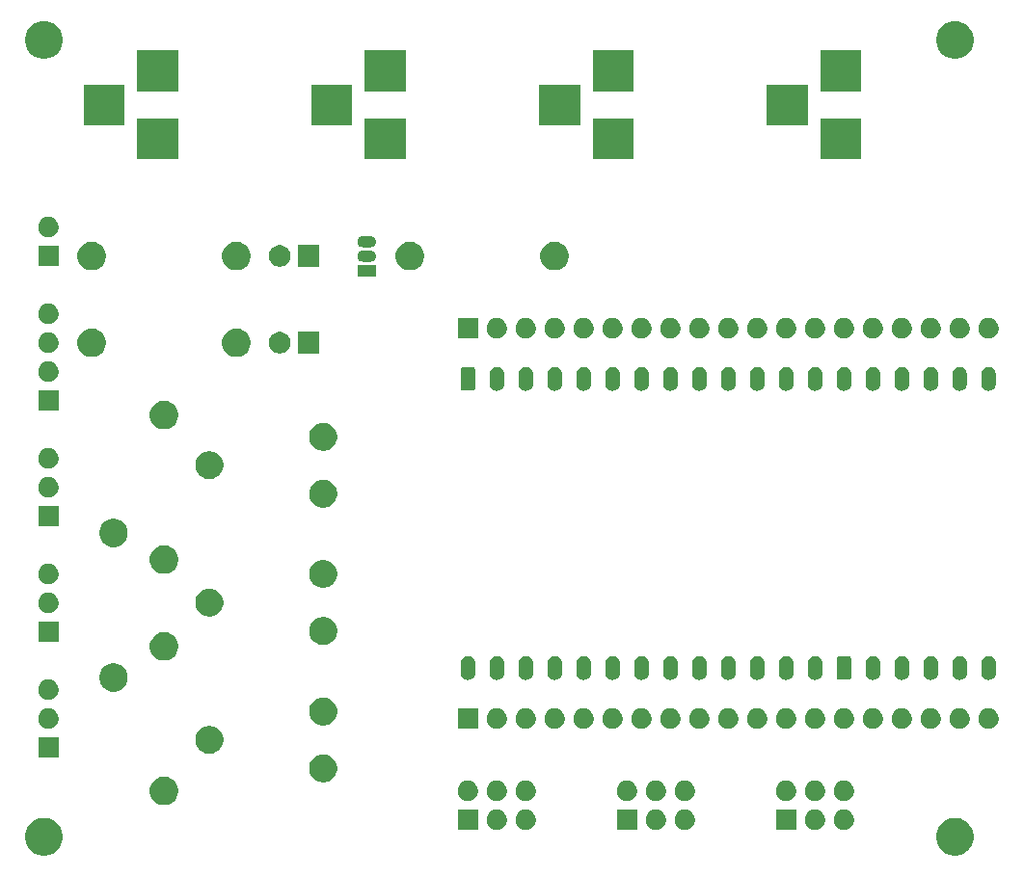
<source format=gbr>
G04 #@! TF.GenerationSoftware,KiCad,Pcbnew,5.1.5+dfsg1-2build2*
G04 #@! TF.CreationDate,2022-01-25T23:10:58-07:00*
G04 #@! TF.ProjectId,fcch-laser-controller,66636368-2d6c-4617-9365-722d636f6e74,rev?*
G04 #@! TF.SameCoordinates,Original*
G04 #@! TF.FileFunction,Soldermask,Top*
G04 #@! TF.FilePolarity,Negative*
%FSLAX46Y46*%
G04 Gerber Fmt 4.6, Leading zero omitted, Abs format (unit mm)*
G04 Created by KiCad (PCBNEW 5.1.5+dfsg1-2build2) date 2022-01-25 23:10:58*
%MOMM*%
%LPD*%
G04 APERTURE LIST*
%ADD10C,0.100000*%
G04 APERTURE END LIST*
D10*
G36*
X185375256Y-143391298D02*
G01*
X185481579Y-143412447D01*
X185782042Y-143536903D01*
X186052451Y-143717585D01*
X186282415Y-143947549D01*
X186463097Y-144217958D01*
X186587553Y-144518421D01*
X186651000Y-144837391D01*
X186651000Y-145162609D01*
X186587553Y-145481579D01*
X186463097Y-145782042D01*
X186282415Y-146052451D01*
X186052451Y-146282415D01*
X185782042Y-146463097D01*
X185481579Y-146587553D01*
X185375256Y-146608702D01*
X185162611Y-146651000D01*
X184837389Y-146651000D01*
X184624744Y-146608702D01*
X184518421Y-146587553D01*
X184217958Y-146463097D01*
X183947549Y-146282415D01*
X183717585Y-146052451D01*
X183536903Y-145782042D01*
X183412447Y-145481579D01*
X183349000Y-145162609D01*
X183349000Y-144837391D01*
X183412447Y-144518421D01*
X183536903Y-144217958D01*
X183717585Y-143947549D01*
X183947549Y-143717585D01*
X184217958Y-143536903D01*
X184518421Y-143412447D01*
X184624744Y-143391298D01*
X184837389Y-143349000D01*
X185162611Y-143349000D01*
X185375256Y-143391298D01*
G37*
G36*
X105375256Y-143391298D02*
G01*
X105481579Y-143412447D01*
X105782042Y-143536903D01*
X106052451Y-143717585D01*
X106282415Y-143947549D01*
X106463097Y-144217958D01*
X106587553Y-144518421D01*
X106651000Y-144837391D01*
X106651000Y-145162609D01*
X106587553Y-145481579D01*
X106463097Y-145782042D01*
X106282415Y-146052451D01*
X106052451Y-146282415D01*
X105782042Y-146463097D01*
X105481579Y-146587553D01*
X105375256Y-146608702D01*
X105162611Y-146651000D01*
X104837389Y-146651000D01*
X104624744Y-146608702D01*
X104518421Y-146587553D01*
X104217958Y-146463097D01*
X103947549Y-146282415D01*
X103717585Y-146052451D01*
X103536903Y-145782042D01*
X103412447Y-145481579D01*
X103349000Y-145162609D01*
X103349000Y-144837391D01*
X103412447Y-144518421D01*
X103536903Y-144217958D01*
X103717585Y-143947549D01*
X103947549Y-143717585D01*
X104217958Y-143536903D01*
X104518421Y-143412447D01*
X104624744Y-143391298D01*
X104837389Y-143349000D01*
X105162611Y-143349000D01*
X105375256Y-143391298D01*
G37*
G36*
X175373512Y-142613927D02*
G01*
X175522812Y-142643624D01*
X175686784Y-142711544D01*
X175834354Y-142810147D01*
X175959853Y-142935646D01*
X176058456Y-143083216D01*
X176126376Y-143247188D01*
X176161000Y-143421259D01*
X176161000Y-143598741D01*
X176126376Y-143772812D01*
X176058456Y-143936784D01*
X175959853Y-144084354D01*
X175834354Y-144209853D01*
X175686784Y-144308456D01*
X175522812Y-144376376D01*
X175373512Y-144406073D01*
X175348742Y-144411000D01*
X175171258Y-144411000D01*
X175146488Y-144406073D01*
X174997188Y-144376376D01*
X174833216Y-144308456D01*
X174685646Y-144209853D01*
X174560147Y-144084354D01*
X174461544Y-143936784D01*
X174393624Y-143772812D01*
X174359000Y-143598741D01*
X174359000Y-143421259D01*
X174393624Y-143247188D01*
X174461544Y-143083216D01*
X174560147Y-142935646D01*
X174685646Y-142810147D01*
X174833216Y-142711544D01*
X174997188Y-142643624D01*
X175146488Y-142613927D01*
X175171258Y-142609000D01*
X175348742Y-142609000D01*
X175373512Y-142613927D01*
G37*
G36*
X172833512Y-142613927D02*
G01*
X172982812Y-142643624D01*
X173146784Y-142711544D01*
X173294354Y-142810147D01*
X173419853Y-142935646D01*
X173518456Y-143083216D01*
X173586376Y-143247188D01*
X173621000Y-143421259D01*
X173621000Y-143598741D01*
X173586376Y-143772812D01*
X173518456Y-143936784D01*
X173419853Y-144084354D01*
X173294354Y-144209853D01*
X173146784Y-144308456D01*
X172982812Y-144376376D01*
X172833512Y-144406073D01*
X172808742Y-144411000D01*
X172631258Y-144411000D01*
X172606488Y-144406073D01*
X172457188Y-144376376D01*
X172293216Y-144308456D01*
X172145646Y-144209853D01*
X172020147Y-144084354D01*
X171921544Y-143936784D01*
X171853624Y-143772812D01*
X171819000Y-143598741D01*
X171819000Y-143421259D01*
X171853624Y-143247188D01*
X171921544Y-143083216D01*
X172020147Y-142935646D01*
X172145646Y-142810147D01*
X172293216Y-142711544D01*
X172457188Y-142643624D01*
X172606488Y-142613927D01*
X172631258Y-142609000D01*
X172808742Y-142609000D01*
X172833512Y-142613927D01*
G37*
G36*
X161403512Y-142613927D02*
G01*
X161552812Y-142643624D01*
X161716784Y-142711544D01*
X161864354Y-142810147D01*
X161989853Y-142935646D01*
X162088456Y-143083216D01*
X162156376Y-143247188D01*
X162191000Y-143421259D01*
X162191000Y-143598741D01*
X162156376Y-143772812D01*
X162088456Y-143936784D01*
X161989853Y-144084354D01*
X161864354Y-144209853D01*
X161716784Y-144308456D01*
X161552812Y-144376376D01*
X161403512Y-144406073D01*
X161378742Y-144411000D01*
X161201258Y-144411000D01*
X161176488Y-144406073D01*
X161027188Y-144376376D01*
X160863216Y-144308456D01*
X160715646Y-144209853D01*
X160590147Y-144084354D01*
X160491544Y-143936784D01*
X160423624Y-143772812D01*
X160389000Y-143598741D01*
X160389000Y-143421259D01*
X160423624Y-143247188D01*
X160491544Y-143083216D01*
X160590147Y-142935646D01*
X160715646Y-142810147D01*
X160863216Y-142711544D01*
X161027188Y-142643624D01*
X161176488Y-142613927D01*
X161201258Y-142609000D01*
X161378742Y-142609000D01*
X161403512Y-142613927D01*
G37*
G36*
X158863512Y-142613927D02*
G01*
X159012812Y-142643624D01*
X159176784Y-142711544D01*
X159324354Y-142810147D01*
X159449853Y-142935646D01*
X159548456Y-143083216D01*
X159616376Y-143247188D01*
X159651000Y-143421259D01*
X159651000Y-143598741D01*
X159616376Y-143772812D01*
X159548456Y-143936784D01*
X159449853Y-144084354D01*
X159324354Y-144209853D01*
X159176784Y-144308456D01*
X159012812Y-144376376D01*
X158863512Y-144406073D01*
X158838742Y-144411000D01*
X158661258Y-144411000D01*
X158636488Y-144406073D01*
X158487188Y-144376376D01*
X158323216Y-144308456D01*
X158175646Y-144209853D01*
X158050147Y-144084354D01*
X157951544Y-143936784D01*
X157883624Y-143772812D01*
X157849000Y-143598741D01*
X157849000Y-143421259D01*
X157883624Y-143247188D01*
X157951544Y-143083216D01*
X158050147Y-142935646D01*
X158175646Y-142810147D01*
X158323216Y-142711544D01*
X158487188Y-142643624D01*
X158636488Y-142613927D01*
X158661258Y-142609000D01*
X158838742Y-142609000D01*
X158863512Y-142613927D01*
G37*
G36*
X157111000Y-144411000D02*
G01*
X155309000Y-144411000D01*
X155309000Y-142609000D01*
X157111000Y-142609000D01*
X157111000Y-144411000D01*
G37*
G36*
X147433512Y-142613927D02*
G01*
X147582812Y-142643624D01*
X147746784Y-142711544D01*
X147894354Y-142810147D01*
X148019853Y-142935646D01*
X148118456Y-143083216D01*
X148186376Y-143247188D01*
X148221000Y-143421259D01*
X148221000Y-143598741D01*
X148186376Y-143772812D01*
X148118456Y-143936784D01*
X148019853Y-144084354D01*
X147894354Y-144209853D01*
X147746784Y-144308456D01*
X147582812Y-144376376D01*
X147433512Y-144406073D01*
X147408742Y-144411000D01*
X147231258Y-144411000D01*
X147206488Y-144406073D01*
X147057188Y-144376376D01*
X146893216Y-144308456D01*
X146745646Y-144209853D01*
X146620147Y-144084354D01*
X146521544Y-143936784D01*
X146453624Y-143772812D01*
X146419000Y-143598741D01*
X146419000Y-143421259D01*
X146453624Y-143247188D01*
X146521544Y-143083216D01*
X146620147Y-142935646D01*
X146745646Y-142810147D01*
X146893216Y-142711544D01*
X147057188Y-142643624D01*
X147206488Y-142613927D01*
X147231258Y-142609000D01*
X147408742Y-142609000D01*
X147433512Y-142613927D01*
G37*
G36*
X144893512Y-142613927D02*
G01*
X145042812Y-142643624D01*
X145206784Y-142711544D01*
X145354354Y-142810147D01*
X145479853Y-142935646D01*
X145578456Y-143083216D01*
X145646376Y-143247188D01*
X145681000Y-143421259D01*
X145681000Y-143598741D01*
X145646376Y-143772812D01*
X145578456Y-143936784D01*
X145479853Y-144084354D01*
X145354354Y-144209853D01*
X145206784Y-144308456D01*
X145042812Y-144376376D01*
X144893512Y-144406073D01*
X144868742Y-144411000D01*
X144691258Y-144411000D01*
X144666488Y-144406073D01*
X144517188Y-144376376D01*
X144353216Y-144308456D01*
X144205646Y-144209853D01*
X144080147Y-144084354D01*
X143981544Y-143936784D01*
X143913624Y-143772812D01*
X143879000Y-143598741D01*
X143879000Y-143421259D01*
X143913624Y-143247188D01*
X143981544Y-143083216D01*
X144080147Y-142935646D01*
X144205646Y-142810147D01*
X144353216Y-142711544D01*
X144517188Y-142643624D01*
X144666488Y-142613927D01*
X144691258Y-142609000D01*
X144868742Y-142609000D01*
X144893512Y-142613927D01*
G37*
G36*
X143141000Y-144411000D02*
G01*
X141339000Y-144411000D01*
X141339000Y-142609000D01*
X143141000Y-142609000D01*
X143141000Y-144411000D01*
G37*
G36*
X171081000Y-144411000D02*
G01*
X169279000Y-144411000D01*
X169279000Y-142609000D01*
X171081000Y-142609000D01*
X171081000Y-144411000D01*
G37*
G36*
X115916136Y-139763342D02*
G01*
X115934903Y-139767075D01*
X116162571Y-139861378D01*
X116367466Y-139998285D01*
X116541715Y-140172534D01*
X116678622Y-140377429D01*
X116772925Y-140605097D01*
X116821000Y-140846787D01*
X116821000Y-141093213D01*
X116772925Y-141334903D01*
X116678622Y-141562571D01*
X116541715Y-141767466D01*
X116367466Y-141941715D01*
X116162571Y-142078622D01*
X116162570Y-142078623D01*
X116162569Y-142078623D01*
X115934903Y-142172925D01*
X115693214Y-142221000D01*
X115446786Y-142221000D01*
X115205097Y-142172925D01*
X114977431Y-142078623D01*
X114977430Y-142078623D01*
X114977429Y-142078622D01*
X114772534Y-141941715D01*
X114598285Y-141767466D01*
X114461378Y-141562571D01*
X114367075Y-141334903D01*
X114319000Y-141093213D01*
X114319000Y-140846787D01*
X114367075Y-140605097D01*
X114461378Y-140377429D01*
X114598285Y-140172534D01*
X114772534Y-139998285D01*
X114977429Y-139861378D01*
X115205097Y-139767075D01*
X115223864Y-139763342D01*
X115446786Y-139719000D01*
X115693214Y-139719000D01*
X115916136Y-139763342D01*
G37*
G36*
X175373512Y-140073927D02*
G01*
X175522812Y-140103624D01*
X175686784Y-140171544D01*
X175834354Y-140270147D01*
X175959853Y-140395646D01*
X176058456Y-140543216D01*
X176126376Y-140707188D01*
X176161000Y-140881259D01*
X176161000Y-141058741D01*
X176126376Y-141232812D01*
X176058456Y-141396784D01*
X175959853Y-141544354D01*
X175834354Y-141669853D01*
X175686784Y-141768456D01*
X175522812Y-141836376D01*
X175373512Y-141866073D01*
X175348742Y-141871000D01*
X175171258Y-141871000D01*
X175146488Y-141866073D01*
X174997188Y-141836376D01*
X174833216Y-141768456D01*
X174685646Y-141669853D01*
X174560147Y-141544354D01*
X174461544Y-141396784D01*
X174393624Y-141232812D01*
X174359000Y-141058741D01*
X174359000Y-140881259D01*
X174393624Y-140707188D01*
X174461544Y-140543216D01*
X174560147Y-140395646D01*
X174685646Y-140270147D01*
X174833216Y-140171544D01*
X174997188Y-140103624D01*
X175146488Y-140073927D01*
X175171258Y-140069000D01*
X175348742Y-140069000D01*
X175373512Y-140073927D01*
G37*
G36*
X142353512Y-140073927D02*
G01*
X142502812Y-140103624D01*
X142666784Y-140171544D01*
X142814354Y-140270147D01*
X142939853Y-140395646D01*
X143038456Y-140543216D01*
X143106376Y-140707188D01*
X143141000Y-140881259D01*
X143141000Y-141058741D01*
X143106376Y-141232812D01*
X143038456Y-141396784D01*
X142939853Y-141544354D01*
X142814354Y-141669853D01*
X142666784Y-141768456D01*
X142502812Y-141836376D01*
X142353512Y-141866073D01*
X142328742Y-141871000D01*
X142151258Y-141871000D01*
X142126488Y-141866073D01*
X141977188Y-141836376D01*
X141813216Y-141768456D01*
X141665646Y-141669853D01*
X141540147Y-141544354D01*
X141441544Y-141396784D01*
X141373624Y-141232812D01*
X141339000Y-141058741D01*
X141339000Y-140881259D01*
X141373624Y-140707188D01*
X141441544Y-140543216D01*
X141540147Y-140395646D01*
X141665646Y-140270147D01*
X141813216Y-140171544D01*
X141977188Y-140103624D01*
X142126488Y-140073927D01*
X142151258Y-140069000D01*
X142328742Y-140069000D01*
X142353512Y-140073927D01*
G37*
G36*
X144893512Y-140073927D02*
G01*
X145042812Y-140103624D01*
X145206784Y-140171544D01*
X145354354Y-140270147D01*
X145479853Y-140395646D01*
X145578456Y-140543216D01*
X145646376Y-140707188D01*
X145681000Y-140881259D01*
X145681000Y-141058741D01*
X145646376Y-141232812D01*
X145578456Y-141396784D01*
X145479853Y-141544354D01*
X145354354Y-141669853D01*
X145206784Y-141768456D01*
X145042812Y-141836376D01*
X144893512Y-141866073D01*
X144868742Y-141871000D01*
X144691258Y-141871000D01*
X144666488Y-141866073D01*
X144517188Y-141836376D01*
X144353216Y-141768456D01*
X144205646Y-141669853D01*
X144080147Y-141544354D01*
X143981544Y-141396784D01*
X143913624Y-141232812D01*
X143879000Y-141058741D01*
X143879000Y-140881259D01*
X143913624Y-140707188D01*
X143981544Y-140543216D01*
X144080147Y-140395646D01*
X144205646Y-140270147D01*
X144353216Y-140171544D01*
X144517188Y-140103624D01*
X144666488Y-140073927D01*
X144691258Y-140069000D01*
X144868742Y-140069000D01*
X144893512Y-140073927D01*
G37*
G36*
X147433512Y-140073927D02*
G01*
X147582812Y-140103624D01*
X147746784Y-140171544D01*
X147894354Y-140270147D01*
X148019853Y-140395646D01*
X148118456Y-140543216D01*
X148186376Y-140707188D01*
X148221000Y-140881259D01*
X148221000Y-141058741D01*
X148186376Y-141232812D01*
X148118456Y-141396784D01*
X148019853Y-141544354D01*
X147894354Y-141669853D01*
X147746784Y-141768456D01*
X147582812Y-141836376D01*
X147433512Y-141866073D01*
X147408742Y-141871000D01*
X147231258Y-141871000D01*
X147206488Y-141866073D01*
X147057188Y-141836376D01*
X146893216Y-141768456D01*
X146745646Y-141669853D01*
X146620147Y-141544354D01*
X146521544Y-141396784D01*
X146453624Y-141232812D01*
X146419000Y-141058741D01*
X146419000Y-140881259D01*
X146453624Y-140707188D01*
X146521544Y-140543216D01*
X146620147Y-140395646D01*
X146745646Y-140270147D01*
X146893216Y-140171544D01*
X147057188Y-140103624D01*
X147206488Y-140073927D01*
X147231258Y-140069000D01*
X147408742Y-140069000D01*
X147433512Y-140073927D01*
G37*
G36*
X156323512Y-140073927D02*
G01*
X156472812Y-140103624D01*
X156636784Y-140171544D01*
X156784354Y-140270147D01*
X156909853Y-140395646D01*
X157008456Y-140543216D01*
X157076376Y-140707188D01*
X157111000Y-140881259D01*
X157111000Y-141058741D01*
X157076376Y-141232812D01*
X157008456Y-141396784D01*
X156909853Y-141544354D01*
X156784354Y-141669853D01*
X156636784Y-141768456D01*
X156472812Y-141836376D01*
X156323512Y-141866073D01*
X156298742Y-141871000D01*
X156121258Y-141871000D01*
X156096488Y-141866073D01*
X155947188Y-141836376D01*
X155783216Y-141768456D01*
X155635646Y-141669853D01*
X155510147Y-141544354D01*
X155411544Y-141396784D01*
X155343624Y-141232812D01*
X155309000Y-141058741D01*
X155309000Y-140881259D01*
X155343624Y-140707188D01*
X155411544Y-140543216D01*
X155510147Y-140395646D01*
X155635646Y-140270147D01*
X155783216Y-140171544D01*
X155947188Y-140103624D01*
X156096488Y-140073927D01*
X156121258Y-140069000D01*
X156298742Y-140069000D01*
X156323512Y-140073927D01*
G37*
G36*
X172833512Y-140073927D02*
G01*
X172982812Y-140103624D01*
X173146784Y-140171544D01*
X173294354Y-140270147D01*
X173419853Y-140395646D01*
X173518456Y-140543216D01*
X173586376Y-140707188D01*
X173621000Y-140881259D01*
X173621000Y-141058741D01*
X173586376Y-141232812D01*
X173518456Y-141396784D01*
X173419853Y-141544354D01*
X173294354Y-141669853D01*
X173146784Y-141768456D01*
X172982812Y-141836376D01*
X172833512Y-141866073D01*
X172808742Y-141871000D01*
X172631258Y-141871000D01*
X172606488Y-141866073D01*
X172457188Y-141836376D01*
X172293216Y-141768456D01*
X172145646Y-141669853D01*
X172020147Y-141544354D01*
X171921544Y-141396784D01*
X171853624Y-141232812D01*
X171819000Y-141058741D01*
X171819000Y-140881259D01*
X171853624Y-140707188D01*
X171921544Y-140543216D01*
X172020147Y-140395646D01*
X172145646Y-140270147D01*
X172293216Y-140171544D01*
X172457188Y-140103624D01*
X172606488Y-140073927D01*
X172631258Y-140069000D01*
X172808742Y-140069000D01*
X172833512Y-140073927D01*
G37*
G36*
X170293512Y-140073927D02*
G01*
X170442812Y-140103624D01*
X170606784Y-140171544D01*
X170754354Y-140270147D01*
X170879853Y-140395646D01*
X170978456Y-140543216D01*
X171046376Y-140707188D01*
X171081000Y-140881259D01*
X171081000Y-141058741D01*
X171046376Y-141232812D01*
X170978456Y-141396784D01*
X170879853Y-141544354D01*
X170754354Y-141669853D01*
X170606784Y-141768456D01*
X170442812Y-141836376D01*
X170293512Y-141866073D01*
X170268742Y-141871000D01*
X170091258Y-141871000D01*
X170066488Y-141866073D01*
X169917188Y-141836376D01*
X169753216Y-141768456D01*
X169605646Y-141669853D01*
X169480147Y-141544354D01*
X169381544Y-141396784D01*
X169313624Y-141232812D01*
X169279000Y-141058741D01*
X169279000Y-140881259D01*
X169313624Y-140707188D01*
X169381544Y-140543216D01*
X169480147Y-140395646D01*
X169605646Y-140270147D01*
X169753216Y-140171544D01*
X169917188Y-140103624D01*
X170066488Y-140073927D01*
X170091258Y-140069000D01*
X170268742Y-140069000D01*
X170293512Y-140073927D01*
G37*
G36*
X158863512Y-140073927D02*
G01*
X159012812Y-140103624D01*
X159176784Y-140171544D01*
X159324354Y-140270147D01*
X159449853Y-140395646D01*
X159548456Y-140543216D01*
X159616376Y-140707188D01*
X159651000Y-140881259D01*
X159651000Y-141058741D01*
X159616376Y-141232812D01*
X159548456Y-141396784D01*
X159449853Y-141544354D01*
X159324354Y-141669853D01*
X159176784Y-141768456D01*
X159012812Y-141836376D01*
X158863512Y-141866073D01*
X158838742Y-141871000D01*
X158661258Y-141871000D01*
X158636488Y-141866073D01*
X158487188Y-141836376D01*
X158323216Y-141768456D01*
X158175646Y-141669853D01*
X158050147Y-141544354D01*
X157951544Y-141396784D01*
X157883624Y-141232812D01*
X157849000Y-141058741D01*
X157849000Y-140881259D01*
X157883624Y-140707188D01*
X157951544Y-140543216D01*
X158050147Y-140395646D01*
X158175646Y-140270147D01*
X158323216Y-140171544D01*
X158487188Y-140103624D01*
X158636488Y-140073927D01*
X158661258Y-140069000D01*
X158838742Y-140069000D01*
X158863512Y-140073927D01*
G37*
G36*
X161403512Y-140073927D02*
G01*
X161552812Y-140103624D01*
X161716784Y-140171544D01*
X161864354Y-140270147D01*
X161989853Y-140395646D01*
X162088456Y-140543216D01*
X162156376Y-140707188D01*
X162191000Y-140881259D01*
X162191000Y-141058741D01*
X162156376Y-141232812D01*
X162088456Y-141396784D01*
X161989853Y-141544354D01*
X161864354Y-141669853D01*
X161716784Y-141768456D01*
X161552812Y-141836376D01*
X161403512Y-141866073D01*
X161378742Y-141871000D01*
X161201258Y-141871000D01*
X161176488Y-141866073D01*
X161027188Y-141836376D01*
X160863216Y-141768456D01*
X160715646Y-141669853D01*
X160590147Y-141544354D01*
X160491544Y-141396784D01*
X160423624Y-141232812D01*
X160389000Y-141058741D01*
X160389000Y-140881259D01*
X160423624Y-140707188D01*
X160491544Y-140543216D01*
X160590147Y-140395646D01*
X160715646Y-140270147D01*
X160863216Y-140171544D01*
X161027188Y-140103624D01*
X161176488Y-140073927D01*
X161201258Y-140069000D01*
X161378742Y-140069000D01*
X161403512Y-140073927D01*
G37*
G36*
X129778205Y-137787461D02*
G01*
X129896153Y-137810922D01*
X129988194Y-137849047D01*
X130118359Y-137902963D01*
X130318342Y-138036587D01*
X130488413Y-138206658D01*
X130622037Y-138406641D01*
X130714078Y-138628848D01*
X130761000Y-138864741D01*
X130761000Y-139105259D01*
X130714078Y-139341152D01*
X130622037Y-139563359D01*
X130488413Y-139763342D01*
X130318342Y-139933413D01*
X130118359Y-140067037D01*
X129988194Y-140120953D01*
X129896153Y-140159078D01*
X129828504Y-140172534D01*
X129660259Y-140206000D01*
X129419741Y-140206000D01*
X129251496Y-140172534D01*
X129183847Y-140159078D01*
X129091806Y-140120953D01*
X128961641Y-140067037D01*
X128761658Y-139933413D01*
X128591587Y-139763342D01*
X128457963Y-139563359D01*
X128365922Y-139341152D01*
X128319000Y-139105259D01*
X128319000Y-138864741D01*
X128365922Y-138628848D01*
X128457963Y-138406641D01*
X128591587Y-138206658D01*
X128761658Y-138036587D01*
X128961641Y-137902963D01*
X129091806Y-137849047D01*
X129183847Y-137810922D01*
X129301795Y-137787461D01*
X129419741Y-137764000D01*
X129660259Y-137764000D01*
X129778205Y-137787461D01*
G37*
G36*
X106311000Y-138061000D02*
G01*
X104509000Y-138061000D01*
X104509000Y-136259000D01*
X106311000Y-136259000D01*
X106311000Y-138061000D01*
G37*
G36*
X119778205Y-135287461D02*
G01*
X119896153Y-135310922D01*
X119988194Y-135349047D01*
X120118359Y-135402963D01*
X120318342Y-135536587D01*
X120488413Y-135706658D01*
X120622037Y-135906641D01*
X120714078Y-136128848D01*
X120761000Y-136364741D01*
X120761000Y-136605259D01*
X120714078Y-136841152D01*
X120622037Y-137063359D01*
X120488413Y-137263342D01*
X120318342Y-137433413D01*
X120118359Y-137567037D01*
X119988194Y-137620953D01*
X119896153Y-137659078D01*
X119660259Y-137706000D01*
X119419741Y-137706000D01*
X119183847Y-137659078D01*
X119091806Y-137620953D01*
X118961641Y-137567037D01*
X118761658Y-137433413D01*
X118591587Y-137263342D01*
X118457963Y-137063359D01*
X118365922Y-136841152D01*
X118319000Y-136605259D01*
X118319000Y-136364741D01*
X118365922Y-136128848D01*
X118457963Y-135906641D01*
X118591587Y-135706658D01*
X118761658Y-135536587D01*
X118961641Y-135402963D01*
X119091806Y-135349047D01*
X119183847Y-135310922D01*
X119301795Y-135287461D01*
X119419741Y-135264000D01*
X119660259Y-135264000D01*
X119778205Y-135287461D01*
G37*
G36*
X162673512Y-133723927D02*
G01*
X162822812Y-133753624D01*
X162986784Y-133821544D01*
X163134354Y-133920147D01*
X163259853Y-134045646D01*
X163358456Y-134193216D01*
X163426376Y-134357188D01*
X163461000Y-134531259D01*
X163461000Y-134708741D01*
X163426376Y-134882812D01*
X163358456Y-135046784D01*
X163259853Y-135194354D01*
X163134354Y-135319853D01*
X162986784Y-135418456D01*
X162822812Y-135486376D01*
X162673512Y-135516073D01*
X162648742Y-135521000D01*
X162471258Y-135521000D01*
X162446488Y-135516073D01*
X162297188Y-135486376D01*
X162133216Y-135418456D01*
X161985646Y-135319853D01*
X161860147Y-135194354D01*
X161761544Y-135046784D01*
X161693624Y-134882812D01*
X161659000Y-134708741D01*
X161659000Y-134531259D01*
X161693624Y-134357188D01*
X161761544Y-134193216D01*
X161860147Y-134045646D01*
X161985646Y-133920147D01*
X162133216Y-133821544D01*
X162297188Y-133753624D01*
X162446488Y-133723927D01*
X162471258Y-133719000D01*
X162648742Y-133719000D01*
X162673512Y-133723927D01*
G37*
G36*
X160133512Y-133723927D02*
G01*
X160282812Y-133753624D01*
X160446784Y-133821544D01*
X160594354Y-133920147D01*
X160719853Y-134045646D01*
X160818456Y-134193216D01*
X160886376Y-134357188D01*
X160921000Y-134531259D01*
X160921000Y-134708741D01*
X160886376Y-134882812D01*
X160818456Y-135046784D01*
X160719853Y-135194354D01*
X160594354Y-135319853D01*
X160446784Y-135418456D01*
X160282812Y-135486376D01*
X160133512Y-135516073D01*
X160108742Y-135521000D01*
X159931258Y-135521000D01*
X159906488Y-135516073D01*
X159757188Y-135486376D01*
X159593216Y-135418456D01*
X159445646Y-135319853D01*
X159320147Y-135194354D01*
X159221544Y-135046784D01*
X159153624Y-134882812D01*
X159119000Y-134708741D01*
X159119000Y-134531259D01*
X159153624Y-134357188D01*
X159221544Y-134193216D01*
X159320147Y-134045646D01*
X159445646Y-133920147D01*
X159593216Y-133821544D01*
X159757188Y-133753624D01*
X159906488Y-133723927D01*
X159931258Y-133719000D01*
X160108742Y-133719000D01*
X160133512Y-133723927D01*
G37*
G36*
X152513512Y-133723927D02*
G01*
X152662812Y-133753624D01*
X152826784Y-133821544D01*
X152974354Y-133920147D01*
X153099853Y-134045646D01*
X153198456Y-134193216D01*
X153266376Y-134357188D01*
X153301000Y-134531259D01*
X153301000Y-134708741D01*
X153266376Y-134882812D01*
X153198456Y-135046784D01*
X153099853Y-135194354D01*
X152974354Y-135319853D01*
X152826784Y-135418456D01*
X152662812Y-135486376D01*
X152513512Y-135516073D01*
X152488742Y-135521000D01*
X152311258Y-135521000D01*
X152286488Y-135516073D01*
X152137188Y-135486376D01*
X151973216Y-135418456D01*
X151825646Y-135319853D01*
X151700147Y-135194354D01*
X151601544Y-135046784D01*
X151533624Y-134882812D01*
X151499000Y-134708741D01*
X151499000Y-134531259D01*
X151533624Y-134357188D01*
X151601544Y-134193216D01*
X151700147Y-134045646D01*
X151825646Y-133920147D01*
X151973216Y-133821544D01*
X152137188Y-133753624D01*
X152286488Y-133723927D01*
X152311258Y-133719000D01*
X152488742Y-133719000D01*
X152513512Y-133723927D01*
G37*
G36*
X157593512Y-133723927D02*
G01*
X157742812Y-133753624D01*
X157906784Y-133821544D01*
X158054354Y-133920147D01*
X158179853Y-134045646D01*
X158278456Y-134193216D01*
X158346376Y-134357188D01*
X158381000Y-134531259D01*
X158381000Y-134708741D01*
X158346376Y-134882812D01*
X158278456Y-135046784D01*
X158179853Y-135194354D01*
X158054354Y-135319853D01*
X157906784Y-135418456D01*
X157742812Y-135486376D01*
X157593512Y-135516073D01*
X157568742Y-135521000D01*
X157391258Y-135521000D01*
X157366488Y-135516073D01*
X157217188Y-135486376D01*
X157053216Y-135418456D01*
X156905646Y-135319853D01*
X156780147Y-135194354D01*
X156681544Y-135046784D01*
X156613624Y-134882812D01*
X156579000Y-134708741D01*
X156579000Y-134531259D01*
X156613624Y-134357188D01*
X156681544Y-134193216D01*
X156780147Y-134045646D01*
X156905646Y-133920147D01*
X157053216Y-133821544D01*
X157217188Y-133753624D01*
X157366488Y-133723927D01*
X157391258Y-133719000D01*
X157568742Y-133719000D01*
X157593512Y-133723927D01*
G37*
G36*
X105523512Y-133723927D02*
G01*
X105672812Y-133753624D01*
X105836784Y-133821544D01*
X105984354Y-133920147D01*
X106109853Y-134045646D01*
X106208456Y-134193216D01*
X106276376Y-134357188D01*
X106311000Y-134531259D01*
X106311000Y-134708741D01*
X106276376Y-134882812D01*
X106208456Y-135046784D01*
X106109853Y-135194354D01*
X105984354Y-135319853D01*
X105836784Y-135418456D01*
X105672812Y-135486376D01*
X105523512Y-135516073D01*
X105498742Y-135521000D01*
X105321258Y-135521000D01*
X105296488Y-135516073D01*
X105147188Y-135486376D01*
X104983216Y-135418456D01*
X104835646Y-135319853D01*
X104710147Y-135194354D01*
X104611544Y-135046784D01*
X104543624Y-134882812D01*
X104509000Y-134708741D01*
X104509000Y-134531259D01*
X104543624Y-134357188D01*
X104611544Y-134193216D01*
X104710147Y-134045646D01*
X104835646Y-133920147D01*
X104983216Y-133821544D01*
X105147188Y-133753624D01*
X105296488Y-133723927D01*
X105321258Y-133719000D01*
X105498742Y-133719000D01*
X105523512Y-133723927D01*
G37*
G36*
X149973512Y-133723927D02*
G01*
X150122812Y-133753624D01*
X150286784Y-133821544D01*
X150434354Y-133920147D01*
X150559853Y-134045646D01*
X150658456Y-134193216D01*
X150726376Y-134357188D01*
X150761000Y-134531259D01*
X150761000Y-134708741D01*
X150726376Y-134882812D01*
X150658456Y-135046784D01*
X150559853Y-135194354D01*
X150434354Y-135319853D01*
X150286784Y-135418456D01*
X150122812Y-135486376D01*
X149973512Y-135516073D01*
X149948742Y-135521000D01*
X149771258Y-135521000D01*
X149746488Y-135516073D01*
X149597188Y-135486376D01*
X149433216Y-135418456D01*
X149285646Y-135319853D01*
X149160147Y-135194354D01*
X149061544Y-135046784D01*
X148993624Y-134882812D01*
X148959000Y-134708741D01*
X148959000Y-134531259D01*
X148993624Y-134357188D01*
X149061544Y-134193216D01*
X149160147Y-134045646D01*
X149285646Y-133920147D01*
X149433216Y-133821544D01*
X149597188Y-133753624D01*
X149746488Y-133723927D01*
X149771258Y-133719000D01*
X149948742Y-133719000D01*
X149973512Y-133723927D01*
G37*
G36*
X147433512Y-133723927D02*
G01*
X147582812Y-133753624D01*
X147746784Y-133821544D01*
X147894354Y-133920147D01*
X148019853Y-134045646D01*
X148118456Y-134193216D01*
X148186376Y-134357188D01*
X148221000Y-134531259D01*
X148221000Y-134708741D01*
X148186376Y-134882812D01*
X148118456Y-135046784D01*
X148019853Y-135194354D01*
X147894354Y-135319853D01*
X147746784Y-135418456D01*
X147582812Y-135486376D01*
X147433512Y-135516073D01*
X147408742Y-135521000D01*
X147231258Y-135521000D01*
X147206488Y-135516073D01*
X147057188Y-135486376D01*
X146893216Y-135418456D01*
X146745646Y-135319853D01*
X146620147Y-135194354D01*
X146521544Y-135046784D01*
X146453624Y-134882812D01*
X146419000Y-134708741D01*
X146419000Y-134531259D01*
X146453624Y-134357188D01*
X146521544Y-134193216D01*
X146620147Y-134045646D01*
X146745646Y-133920147D01*
X146893216Y-133821544D01*
X147057188Y-133753624D01*
X147206488Y-133723927D01*
X147231258Y-133719000D01*
X147408742Y-133719000D01*
X147433512Y-133723927D01*
G37*
G36*
X144893512Y-133723927D02*
G01*
X145042812Y-133753624D01*
X145206784Y-133821544D01*
X145354354Y-133920147D01*
X145479853Y-134045646D01*
X145578456Y-134193216D01*
X145646376Y-134357188D01*
X145681000Y-134531259D01*
X145681000Y-134708741D01*
X145646376Y-134882812D01*
X145578456Y-135046784D01*
X145479853Y-135194354D01*
X145354354Y-135319853D01*
X145206784Y-135418456D01*
X145042812Y-135486376D01*
X144893512Y-135516073D01*
X144868742Y-135521000D01*
X144691258Y-135521000D01*
X144666488Y-135516073D01*
X144517188Y-135486376D01*
X144353216Y-135418456D01*
X144205646Y-135319853D01*
X144080147Y-135194354D01*
X143981544Y-135046784D01*
X143913624Y-134882812D01*
X143879000Y-134708741D01*
X143879000Y-134531259D01*
X143913624Y-134357188D01*
X143981544Y-134193216D01*
X144080147Y-134045646D01*
X144205646Y-133920147D01*
X144353216Y-133821544D01*
X144517188Y-133753624D01*
X144666488Y-133723927D01*
X144691258Y-133719000D01*
X144868742Y-133719000D01*
X144893512Y-133723927D01*
G37*
G36*
X143141000Y-135521000D02*
G01*
X141339000Y-135521000D01*
X141339000Y-133719000D01*
X143141000Y-133719000D01*
X143141000Y-135521000D01*
G37*
G36*
X155053512Y-133723927D02*
G01*
X155202812Y-133753624D01*
X155366784Y-133821544D01*
X155514354Y-133920147D01*
X155639853Y-134045646D01*
X155738456Y-134193216D01*
X155806376Y-134357188D01*
X155841000Y-134531259D01*
X155841000Y-134708741D01*
X155806376Y-134882812D01*
X155738456Y-135046784D01*
X155639853Y-135194354D01*
X155514354Y-135319853D01*
X155366784Y-135418456D01*
X155202812Y-135486376D01*
X155053512Y-135516073D01*
X155028742Y-135521000D01*
X154851258Y-135521000D01*
X154826488Y-135516073D01*
X154677188Y-135486376D01*
X154513216Y-135418456D01*
X154365646Y-135319853D01*
X154240147Y-135194354D01*
X154141544Y-135046784D01*
X154073624Y-134882812D01*
X154039000Y-134708741D01*
X154039000Y-134531259D01*
X154073624Y-134357188D01*
X154141544Y-134193216D01*
X154240147Y-134045646D01*
X154365646Y-133920147D01*
X154513216Y-133821544D01*
X154677188Y-133753624D01*
X154826488Y-133723927D01*
X154851258Y-133719000D01*
X155028742Y-133719000D01*
X155053512Y-133723927D01*
G37*
G36*
X167753512Y-133723927D02*
G01*
X167902812Y-133753624D01*
X168066784Y-133821544D01*
X168214354Y-133920147D01*
X168339853Y-134045646D01*
X168438456Y-134193216D01*
X168506376Y-134357188D01*
X168541000Y-134531259D01*
X168541000Y-134708741D01*
X168506376Y-134882812D01*
X168438456Y-135046784D01*
X168339853Y-135194354D01*
X168214354Y-135319853D01*
X168066784Y-135418456D01*
X167902812Y-135486376D01*
X167753512Y-135516073D01*
X167728742Y-135521000D01*
X167551258Y-135521000D01*
X167526488Y-135516073D01*
X167377188Y-135486376D01*
X167213216Y-135418456D01*
X167065646Y-135319853D01*
X166940147Y-135194354D01*
X166841544Y-135046784D01*
X166773624Y-134882812D01*
X166739000Y-134708741D01*
X166739000Y-134531259D01*
X166773624Y-134357188D01*
X166841544Y-134193216D01*
X166940147Y-134045646D01*
X167065646Y-133920147D01*
X167213216Y-133821544D01*
X167377188Y-133753624D01*
X167526488Y-133723927D01*
X167551258Y-133719000D01*
X167728742Y-133719000D01*
X167753512Y-133723927D01*
G37*
G36*
X165213512Y-133723927D02*
G01*
X165362812Y-133753624D01*
X165526784Y-133821544D01*
X165674354Y-133920147D01*
X165799853Y-134045646D01*
X165898456Y-134193216D01*
X165966376Y-134357188D01*
X166001000Y-134531259D01*
X166001000Y-134708741D01*
X165966376Y-134882812D01*
X165898456Y-135046784D01*
X165799853Y-135194354D01*
X165674354Y-135319853D01*
X165526784Y-135418456D01*
X165362812Y-135486376D01*
X165213512Y-135516073D01*
X165188742Y-135521000D01*
X165011258Y-135521000D01*
X164986488Y-135516073D01*
X164837188Y-135486376D01*
X164673216Y-135418456D01*
X164525646Y-135319853D01*
X164400147Y-135194354D01*
X164301544Y-135046784D01*
X164233624Y-134882812D01*
X164199000Y-134708741D01*
X164199000Y-134531259D01*
X164233624Y-134357188D01*
X164301544Y-134193216D01*
X164400147Y-134045646D01*
X164525646Y-133920147D01*
X164673216Y-133821544D01*
X164837188Y-133753624D01*
X164986488Y-133723927D01*
X165011258Y-133719000D01*
X165188742Y-133719000D01*
X165213512Y-133723927D01*
G37*
G36*
X170293512Y-133723927D02*
G01*
X170442812Y-133753624D01*
X170606784Y-133821544D01*
X170754354Y-133920147D01*
X170879853Y-134045646D01*
X170978456Y-134193216D01*
X171046376Y-134357188D01*
X171081000Y-134531259D01*
X171081000Y-134708741D01*
X171046376Y-134882812D01*
X170978456Y-135046784D01*
X170879853Y-135194354D01*
X170754354Y-135319853D01*
X170606784Y-135418456D01*
X170442812Y-135486376D01*
X170293512Y-135516073D01*
X170268742Y-135521000D01*
X170091258Y-135521000D01*
X170066488Y-135516073D01*
X169917188Y-135486376D01*
X169753216Y-135418456D01*
X169605646Y-135319853D01*
X169480147Y-135194354D01*
X169381544Y-135046784D01*
X169313624Y-134882812D01*
X169279000Y-134708741D01*
X169279000Y-134531259D01*
X169313624Y-134357188D01*
X169381544Y-134193216D01*
X169480147Y-134045646D01*
X169605646Y-133920147D01*
X169753216Y-133821544D01*
X169917188Y-133753624D01*
X170066488Y-133723927D01*
X170091258Y-133719000D01*
X170268742Y-133719000D01*
X170293512Y-133723927D01*
G37*
G36*
X172833512Y-133723927D02*
G01*
X172982812Y-133753624D01*
X173146784Y-133821544D01*
X173294354Y-133920147D01*
X173419853Y-134045646D01*
X173518456Y-134193216D01*
X173586376Y-134357188D01*
X173621000Y-134531259D01*
X173621000Y-134708741D01*
X173586376Y-134882812D01*
X173518456Y-135046784D01*
X173419853Y-135194354D01*
X173294354Y-135319853D01*
X173146784Y-135418456D01*
X172982812Y-135486376D01*
X172833512Y-135516073D01*
X172808742Y-135521000D01*
X172631258Y-135521000D01*
X172606488Y-135516073D01*
X172457188Y-135486376D01*
X172293216Y-135418456D01*
X172145646Y-135319853D01*
X172020147Y-135194354D01*
X171921544Y-135046784D01*
X171853624Y-134882812D01*
X171819000Y-134708741D01*
X171819000Y-134531259D01*
X171853624Y-134357188D01*
X171921544Y-134193216D01*
X172020147Y-134045646D01*
X172145646Y-133920147D01*
X172293216Y-133821544D01*
X172457188Y-133753624D01*
X172606488Y-133723927D01*
X172631258Y-133719000D01*
X172808742Y-133719000D01*
X172833512Y-133723927D01*
G37*
G36*
X175373512Y-133723927D02*
G01*
X175522812Y-133753624D01*
X175686784Y-133821544D01*
X175834354Y-133920147D01*
X175959853Y-134045646D01*
X176058456Y-134193216D01*
X176126376Y-134357188D01*
X176161000Y-134531259D01*
X176161000Y-134708741D01*
X176126376Y-134882812D01*
X176058456Y-135046784D01*
X175959853Y-135194354D01*
X175834354Y-135319853D01*
X175686784Y-135418456D01*
X175522812Y-135486376D01*
X175373512Y-135516073D01*
X175348742Y-135521000D01*
X175171258Y-135521000D01*
X175146488Y-135516073D01*
X174997188Y-135486376D01*
X174833216Y-135418456D01*
X174685646Y-135319853D01*
X174560147Y-135194354D01*
X174461544Y-135046784D01*
X174393624Y-134882812D01*
X174359000Y-134708741D01*
X174359000Y-134531259D01*
X174393624Y-134357188D01*
X174461544Y-134193216D01*
X174560147Y-134045646D01*
X174685646Y-133920147D01*
X174833216Y-133821544D01*
X174997188Y-133753624D01*
X175146488Y-133723927D01*
X175171258Y-133719000D01*
X175348742Y-133719000D01*
X175373512Y-133723927D01*
G37*
G36*
X177913512Y-133723927D02*
G01*
X178062812Y-133753624D01*
X178226784Y-133821544D01*
X178374354Y-133920147D01*
X178499853Y-134045646D01*
X178598456Y-134193216D01*
X178666376Y-134357188D01*
X178701000Y-134531259D01*
X178701000Y-134708741D01*
X178666376Y-134882812D01*
X178598456Y-135046784D01*
X178499853Y-135194354D01*
X178374354Y-135319853D01*
X178226784Y-135418456D01*
X178062812Y-135486376D01*
X177913512Y-135516073D01*
X177888742Y-135521000D01*
X177711258Y-135521000D01*
X177686488Y-135516073D01*
X177537188Y-135486376D01*
X177373216Y-135418456D01*
X177225646Y-135319853D01*
X177100147Y-135194354D01*
X177001544Y-135046784D01*
X176933624Y-134882812D01*
X176899000Y-134708741D01*
X176899000Y-134531259D01*
X176933624Y-134357188D01*
X177001544Y-134193216D01*
X177100147Y-134045646D01*
X177225646Y-133920147D01*
X177373216Y-133821544D01*
X177537188Y-133753624D01*
X177686488Y-133723927D01*
X177711258Y-133719000D01*
X177888742Y-133719000D01*
X177913512Y-133723927D01*
G37*
G36*
X180453512Y-133723927D02*
G01*
X180602812Y-133753624D01*
X180766784Y-133821544D01*
X180914354Y-133920147D01*
X181039853Y-134045646D01*
X181138456Y-134193216D01*
X181206376Y-134357188D01*
X181241000Y-134531259D01*
X181241000Y-134708741D01*
X181206376Y-134882812D01*
X181138456Y-135046784D01*
X181039853Y-135194354D01*
X180914354Y-135319853D01*
X180766784Y-135418456D01*
X180602812Y-135486376D01*
X180453512Y-135516073D01*
X180428742Y-135521000D01*
X180251258Y-135521000D01*
X180226488Y-135516073D01*
X180077188Y-135486376D01*
X179913216Y-135418456D01*
X179765646Y-135319853D01*
X179640147Y-135194354D01*
X179541544Y-135046784D01*
X179473624Y-134882812D01*
X179439000Y-134708741D01*
X179439000Y-134531259D01*
X179473624Y-134357188D01*
X179541544Y-134193216D01*
X179640147Y-134045646D01*
X179765646Y-133920147D01*
X179913216Y-133821544D01*
X180077188Y-133753624D01*
X180226488Y-133723927D01*
X180251258Y-133719000D01*
X180428742Y-133719000D01*
X180453512Y-133723927D01*
G37*
G36*
X182993512Y-133723927D02*
G01*
X183142812Y-133753624D01*
X183306784Y-133821544D01*
X183454354Y-133920147D01*
X183579853Y-134045646D01*
X183678456Y-134193216D01*
X183746376Y-134357188D01*
X183781000Y-134531259D01*
X183781000Y-134708741D01*
X183746376Y-134882812D01*
X183678456Y-135046784D01*
X183579853Y-135194354D01*
X183454354Y-135319853D01*
X183306784Y-135418456D01*
X183142812Y-135486376D01*
X182993512Y-135516073D01*
X182968742Y-135521000D01*
X182791258Y-135521000D01*
X182766488Y-135516073D01*
X182617188Y-135486376D01*
X182453216Y-135418456D01*
X182305646Y-135319853D01*
X182180147Y-135194354D01*
X182081544Y-135046784D01*
X182013624Y-134882812D01*
X181979000Y-134708741D01*
X181979000Y-134531259D01*
X182013624Y-134357188D01*
X182081544Y-134193216D01*
X182180147Y-134045646D01*
X182305646Y-133920147D01*
X182453216Y-133821544D01*
X182617188Y-133753624D01*
X182766488Y-133723927D01*
X182791258Y-133719000D01*
X182968742Y-133719000D01*
X182993512Y-133723927D01*
G37*
G36*
X185533512Y-133723927D02*
G01*
X185682812Y-133753624D01*
X185846784Y-133821544D01*
X185994354Y-133920147D01*
X186119853Y-134045646D01*
X186218456Y-134193216D01*
X186286376Y-134357188D01*
X186321000Y-134531259D01*
X186321000Y-134708741D01*
X186286376Y-134882812D01*
X186218456Y-135046784D01*
X186119853Y-135194354D01*
X185994354Y-135319853D01*
X185846784Y-135418456D01*
X185682812Y-135486376D01*
X185533512Y-135516073D01*
X185508742Y-135521000D01*
X185331258Y-135521000D01*
X185306488Y-135516073D01*
X185157188Y-135486376D01*
X184993216Y-135418456D01*
X184845646Y-135319853D01*
X184720147Y-135194354D01*
X184621544Y-135046784D01*
X184553624Y-134882812D01*
X184519000Y-134708741D01*
X184519000Y-134531259D01*
X184553624Y-134357188D01*
X184621544Y-134193216D01*
X184720147Y-134045646D01*
X184845646Y-133920147D01*
X184993216Y-133821544D01*
X185157188Y-133753624D01*
X185306488Y-133723927D01*
X185331258Y-133719000D01*
X185508742Y-133719000D01*
X185533512Y-133723927D01*
G37*
G36*
X188073512Y-133723927D02*
G01*
X188222812Y-133753624D01*
X188386784Y-133821544D01*
X188534354Y-133920147D01*
X188659853Y-134045646D01*
X188758456Y-134193216D01*
X188826376Y-134357188D01*
X188861000Y-134531259D01*
X188861000Y-134708741D01*
X188826376Y-134882812D01*
X188758456Y-135046784D01*
X188659853Y-135194354D01*
X188534354Y-135319853D01*
X188386784Y-135418456D01*
X188222812Y-135486376D01*
X188073512Y-135516073D01*
X188048742Y-135521000D01*
X187871258Y-135521000D01*
X187846488Y-135516073D01*
X187697188Y-135486376D01*
X187533216Y-135418456D01*
X187385646Y-135319853D01*
X187260147Y-135194354D01*
X187161544Y-135046784D01*
X187093624Y-134882812D01*
X187059000Y-134708741D01*
X187059000Y-134531259D01*
X187093624Y-134357188D01*
X187161544Y-134193216D01*
X187260147Y-134045646D01*
X187385646Y-133920147D01*
X187533216Y-133821544D01*
X187697188Y-133753624D01*
X187846488Y-133723927D01*
X187871258Y-133719000D01*
X188048742Y-133719000D01*
X188073512Y-133723927D01*
G37*
G36*
X129739952Y-132779852D02*
G01*
X129896153Y-132810922D01*
X129988194Y-132849047D01*
X130118359Y-132902963D01*
X130318342Y-133036587D01*
X130488413Y-133206658D01*
X130622037Y-133406641D01*
X130714078Y-133628848D01*
X130752408Y-133821544D01*
X130761000Y-133864742D01*
X130761000Y-134105258D01*
X130714078Y-134341153D01*
X130675953Y-134433194D01*
X130622037Y-134563359D01*
X130488413Y-134763342D01*
X130318342Y-134933413D01*
X130118359Y-135067037D01*
X129988194Y-135120953D01*
X129896153Y-135159078D01*
X129660259Y-135206000D01*
X129419741Y-135206000D01*
X129183847Y-135159078D01*
X129091806Y-135120953D01*
X128961641Y-135067037D01*
X128761658Y-134933413D01*
X128591587Y-134763342D01*
X128457963Y-134563359D01*
X128404047Y-134433194D01*
X128365922Y-134341153D01*
X128319000Y-134105258D01*
X128319000Y-133864742D01*
X128327593Y-133821544D01*
X128365922Y-133628848D01*
X128457963Y-133406641D01*
X128591587Y-133206658D01*
X128761658Y-133036587D01*
X128961641Y-132902963D01*
X129091806Y-132849047D01*
X129183847Y-132810922D01*
X129340048Y-132779852D01*
X129419741Y-132764000D01*
X129660259Y-132764000D01*
X129739952Y-132779852D01*
G37*
G36*
X105523512Y-131183927D02*
G01*
X105672812Y-131213624D01*
X105836784Y-131281544D01*
X105984354Y-131380147D01*
X106109853Y-131505646D01*
X106208456Y-131653216D01*
X106276376Y-131817188D01*
X106311000Y-131991259D01*
X106311000Y-132168741D01*
X106276376Y-132342812D01*
X106208456Y-132506784D01*
X106109853Y-132654354D01*
X105984354Y-132779853D01*
X105836784Y-132878456D01*
X105672812Y-132946376D01*
X105523512Y-132976073D01*
X105498742Y-132981000D01*
X105321258Y-132981000D01*
X105296488Y-132976073D01*
X105147188Y-132946376D01*
X104983216Y-132878456D01*
X104835646Y-132779853D01*
X104710147Y-132654354D01*
X104611544Y-132506784D01*
X104543624Y-132342812D01*
X104509000Y-132168741D01*
X104509000Y-131991259D01*
X104543624Y-131817188D01*
X104611544Y-131653216D01*
X104710147Y-131505646D01*
X104835646Y-131380147D01*
X104983216Y-131281544D01*
X105147188Y-131213624D01*
X105296488Y-131183927D01*
X105321258Y-131179000D01*
X105498742Y-131179000D01*
X105523512Y-131183927D01*
G37*
G36*
X111489903Y-129797075D02*
G01*
X111717571Y-129891378D01*
X111922466Y-130028285D01*
X112096715Y-130202534D01*
X112096716Y-130202536D01*
X112233623Y-130407431D01*
X112327925Y-130635097D01*
X112376000Y-130876786D01*
X112376000Y-131123214D01*
X112327925Y-131364903D01*
X112269628Y-131505646D01*
X112233622Y-131592571D01*
X112096715Y-131797466D01*
X111922466Y-131971715D01*
X111717571Y-132108622D01*
X111717570Y-132108623D01*
X111717569Y-132108623D01*
X111489903Y-132202925D01*
X111248214Y-132251000D01*
X111001786Y-132251000D01*
X110760097Y-132202925D01*
X110532431Y-132108623D01*
X110532430Y-132108623D01*
X110532429Y-132108622D01*
X110327534Y-131971715D01*
X110153285Y-131797466D01*
X110016378Y-131592571D01*
X109980373Y-131505646D01*
X109922075Y-131364903D01*
X109874000Y-131123214D01*
X109874000Y-130876786D01*
X109922075Y-130635097D01*
X110016377Y-130407431D01*
X110153284Y-130202536D01*
X110153285Y-130202534D01*
X110327534Y-130028285D01*
X110532429Y-129891378D01*
X110760097Y-129797075D01*
X111001786Y-129749000D01*
X111248214Y-129749000D01*
X111489903Y-129797075D01*
G37*
G36*
X142370337Y-129129740D02*
G01*
X142461123Y-129157280D01*
X142493055Y-129166966D01*
X142606144Y-129227414D01*
X142705274Y-129308767D01*
X142786626Y-129407895D01*
X142847074Y-129520984D01*
X142847079Y-129521000D01*
X142884300Y-129643702D01*
X142893720Y-129739347D01*
X142893720Y-130603293D01*
X142884300Y-130698938D01*
X142856760Y-130789724D01*
X142847074Y-130821656D01*
X142786626Y-130934745D01*
X142705274Y-131033874D01*
X142606145Y-131115226D01*
X142493056Y-131175674D01*
X142487056Y-131177494D01*
X142370338Y-131212900D01*
X142242720Y-131225469D01*
X142115103Y-131212900D01*
X141998385Y-131177494D01*
X141992385Y-131175674D01*
X141879296Y-131115226D01*
X141780167Y-131033874D01*
X141698815Y-130934745D01*
X141638367Y-130821656D01*
X141634002Y-130807266D01*
X141601140Y-130698938D01*
X141591720Y-130603293D01*
X141591720Y-129739348D01*
X141601140Y-129643703D01*
X141628680Y-129552917D01*
X141638366Y-129520985D01*
X141698814Y-129407896D01*
X141780167Y-129308766D01*
X141879295Y-129227414D01*
X141992384Y-129166966D01*
X142024316Y-129157280D01*
X142115102Y-129129740D01*
X142242720Y-129117171D01*
X142370337Y-129129740D01*
G37*
G36*
X152530337Y-129129740D02*
G01*
X152621123Y-129157280D01*
X152653055Y-129166966D01*
X152766144Y-129227414D01*
X152865274Y-129308767D01*
X152946626Y-129407895D01*
X153007074Y-129520984D01*
X153007079Y-129521000D01*
X153044300Y-129643702D01*
X153053720Y-129739347D01*
X153053720Y-130603293D01*
X153044300Y-130698938D01*
X153016760Y-130789724D01*
X153007074Y-130821656D01*
X152946626Y-130934745D01*
X152865274Y-131033874D01*
X152766145Y-131115226D01*
X152653056Y-131175674D01*
X152647056Y-131177494D01*
X152530338Y-131212900D01*
X152402720Y-131225469D01*
X152275103Y-131212900D01*
X152158385Y-131177494D01*
X152152385Y-131175674D01*
X152039296Y-131115226D01*
X151940167Y-131033874D01*
X151858815Y-130934745D01*
X151798367Y-130821656D01*
X151794002Y-130807266D01*
X151761140Y-130698938D01*
X151751720Y-130603293D01*
X151751720Y-129739348D01*
X151761140Y-129643703D01*
X151788680Y-129552917D01*
X151798366Y-129520985D01*
X151858814Y-129407896D01*
X151940167Y-129308766D01*
X152039295Y-129227414D01*
X152152384Y-129166966D01*
X152184316Y-129157280D01*
X152275102Y-129129740D01*
X152402720Y-129117171D01*
X152530337Y-129129740D01*
G37*
G36*
X155070337Y-129129740D02*
G01*
X155161123Y-129157280D01*
X155193055Y-129166966D01*
X155306144Y-129227414D01*
X155405274Y-129308767D01*
X155486626Y-129407895D01*
X155547074Y-129520984D01*
X155547079Y-129521000D01*
X155584300Y-129643702D01*
X155593720Y-129739347D01*
X155593720Y-130603293D01*
X155584300Y-130698938D01*
X155556760Y-130789724D01*
X155547074Y-130821656D01*
X155486626Y-130934745D01*
X155405274Y-131033874D01*
X155306145Y-131115226D01*
X155193056Y-131175674D01*
X155187056Y-131177494D01*
X155070338Y-131212900D01*
X154942720Y-131225469D01*
X154815103Y-131212900D01*
X154698385Y-131177494D01*
X154692385Y-131175674D01*
X154579296Y-131115226D01*
X154480167Y-131033874D01*
X154398815Y-130934745D01*
X154338367Y-130821656D01*
X154334002Y-130807266D01*
X154301140Y-130698938D01*
X154291720Y-130603293D01*
X154291720Y-129739348D01*
X154301140Y-129643703D01*
X154328680Y-129552917D01*
X154338366Y-129520985D01*
X154398814Y-129407896D01*
X154480167Y-129308766D01*
X154579295Y-129227414D01*
X154692384Y-129166966D01*
X154724316Y-129157280D01*
X154815102Y-129129740D01*
X154942720Y-129117171D01*
X155070337Y-129129740D01*
G37*
G36*
X157610337Y-129129740D02*
G01*
X157701123Y-129157280D01*
X157733055Y-129166966D01*
X157846144Y-129227414D01*
X157945274Y-129308767D01*
X158026626Y-129407895D01*
X158087074Y-129520984D01*
X158087079Y-129521000D01*
X158124300Y-129643702D01*
X158133720Y-129739347D01*
X158133720Y-130603293D01*
X158124300Y-130698938D01*
X158096760Y-130789724D01*
X158087074Y-130821656D01*
X158026626Y-130934745D01*
X157945274Y-131033874D01*
X157846145Y-131115226D01*
X157733056Y-131175674D01*
X157727056Y-131177494D01*
X157610338Y-131212900D01*
X157482720Y-131225469D01*
X157355103Y-131212900D01*
X157238385Y-131177494D01*
X157232385Y-131175674D01*
X157119296Y-131115226D01*
X157020167Y-131033874D01*
X156938815Y-130934745D01*
X156878367Y-130821656D01*
X156874002Y-130807266D01*
X156841140Y-130698938D01*
X156831720Y-130603293D01*
X156831720Y-129739348D01*
X156841140Y-129643703D01*
X156868680Y-129552917D01*
X156878366Y-129520985D01*
X156938814Y-129407896D01*
X157020167Y-129308766D01*
X157119295Y-129227414D01*
X157232384Y-129166966D01*
X157264316Y-129157280D01*
X157355102Y-129129740D01*
X157482720Y-129117171D01*
X157610337Y-129129740D01*
G37*
G36*
X160150337Y-129129740D02*
G01*
X160241123Y-129157280D01*
X160273055Y-129166966D01*
X160386144Y-129227414D01*
X160485274Y-129308767D01*
X160566626Y-129407895D01*
X160627074Y-129520984D01*
X160627079Y-129521000D01*
X160664300Y-129643702D01*
X160673720Y-129739347D01*
X160673720Y-130603293D01*
X160664300Y-130698938D01*
X160636760Y-130789724D01*
X160627074Y-130821656D01*
X160566626Y-130934745D01*
X160485274Y-131033874D01*
X160386145Y-131115226D01*
X160273056Y-131175674D01*
X160267056Y-131177494D01*
X160150338Y-131212900D01*
X160022720Y-131225469D01*
X159895103Y-131212900D01*
X159778385Y-131177494D01*
X159772385Y-131175674D01*
X159659296Y-131115226D01*
X159560167Y-131033874D01*
X159478815Y-130934745D01*
X159418367Y-130821656D01*
X159414002Y-130807266D01*
X159381140Y-130698938D01*
X159371720Y-130603293D01*
X159371720Y-129739348D01*
X159381140Y-129643703D01*
X159408680Y-129552917D01*
X159418366Y-129520985D01*
X159478814Y-129407896D01*
X159560167Y-129308766D01*
X159659295Y-129227414D01*
X159772384Y-129166966D01*
X159804316Y-129157280D01*
X159895102Y-129129740D01*
X160022720Y-129117171D01*
X160150337Y-129129740D01*
G37*
G36*
X180470337Y-129129740D02*
G01*
X180561123Y-129157280D01*
X180593055Y-129166966D01*
X180706144Y-129227414D01*
X180805274Y-129308767D01*
X180886626Y-129407895D01*
X180947074Y-129520984D01*
X180947079Y-129521000D01*
X180984300Y-129643702D01*
X180993720Y-129739347D01*
X180993720Y-130603293D01*
X180984300Y-130698938D01*
X180956760Y-130789724D01*
X180947074Y-130821656D01*
X180886626Y-130934745D01*
X180805274Y-131033874D01*
X180706145Y-131115226D01*
X180593056Y-131175674D01*
X180587056Y-131177494D01*
X180470338Y-131212900D01*
X180342720Y-131225469D01*
X180215103Y-131212900D01*
X180098385Y-131177494D01*
X180092385Y-131175674D01*
X179979296Y-131115226D01*
X179880167Y-131033874D01*
X179798815Y-130934745D01*
X179738367Y-130821656D01*
X179734002Y-130807266D01*
X179701140Y-130698938D01*
X179691720Y-130603293D01*
X179691720Y-129739348D01*
X179701140Y-129643703D01*
X179728680Y-129552917D01*
X179738366Y-129520985D01*
X179798814Y-129407896D01*
X179880167Y-129308766D01*
X179979295Y-129227414D01*
X180092384Y-129166966D01*
X180124316Y-129157280D01*
X180215102Y-129129740D01*
X180342720Y-129117171D01*
X180470337Y-129129740D01*
G37*
G36*
X162690337Y-129129740D02*
G01*
X162781123Y-129157280D01*
X162813055Y-129166966D01*
X162926144Y-129227414D01*
X163025274Y-129308767D01*
X163106626Y-129407895D01*
X163167074Y-129520984D01*
X163167079Y-129521000D01*
X163204300Y-129643702D01*
X163213720Y-129739347D01*
X163213720Y-130603293D01*
X163204300Y-130698938D01*
X163176760Y-130789724D01*
X163167074Y-130821656D01*
X163106626Y-130934745D01*
X163025274Y-131033874D01*
X162926145Y-131115226D01*
X162813056Y-131175674D01*
X162807056Y-131177494D01*
X162690338Y-131212900D01*
X162562720Y-131225469D01*
X162435103Y-131212900D01*
X162318385Y-131177494D01*
X162312385Y-131175674D01*
X162199296Y-131115226D01*
X162100167Y-131033874D01*
X162018815Y-130934745D01*
X161958367Y-130821656D01*
X161954002Y-130807266D01*
X161921140Y-130698938D01*
X161911720Y-130603293D01*
X161911720Y-129739348D01*
X161921140Y-129643703D01*
X161948680Y-129552917D01*
X161958366Y-129520985D01*
X162018814Y-129407896D01*
X162100167Y-129308766D01*
X162199295Y-129227414D01*
X162312384Y-129166966D01*
X162344316Y-129157280D01*
X162435102Y-129129740D01*
X162562720Y-129117171D01*
X162690337Y-129129740D01*
G37*
G36*
X185550337Y-129129740D02*
G01*
X185641123Y-129157280D01*
X185673055Y-129166966D01*
X185786144Y-129227414D01*
X185885274Y-129308767D01*
X185966626Y-129407895D01*
X186027074Y-129520984D01*
X186027079Y-129521000D01*
X186064300Y-129643702D01*
X186073720Y-129739347D01*
X186073720Y-130603293D01*
X186064300Y-130698938D01*
X186036760Y-130789724D01*
X186027074Y-130821656D01*
X185966626Y-130934745D01*
X185885274Y-131033874D01*
X185786145Y-131115226D01*
X185673056Y-131175674D01*
X185667056Y-131177494D01*
X185550338Y-131212900D01*
X185422720Y-131225469D01*
X185295103Y-131212900D01*
X185178385Y-131177494D01*
X185172385Y-131175674D01*
X185059296Y-131115226D01*
X184960167Y-131033874D01*
X184878815Y-130934745D01*
X184818367Y-130821656D01*
X184814002Y-130807266D01*
X184781140Y-130698938D01*
X184771720Y-130603293D01*
X184771720Y-129739348D01*
X184781140Y-129643703D01*
X184808680Y-129552917D01*
X184818366Y-129520985D01*
X184878814Y-129407896D01*
X184960167Y-129308766D01*
X185059295Y-129227414D01*
X185172384Y-129166966D01*
X185204316Y-129157280D01*
X185295102Y-129129740D01*
X185422720Y-129117171D01*
X185550337Y-129129740D01*
G37*
G36*
X149990337Y-129129740D02*
G01*
X150081123Y-129157280D01*
X150113055Y-129166966D01*
X150226144Y-129227414D01*
X150325274Y-129308767D01*
X150406626Y-129407895D01*
X150467074Y-129520984D01*
X150467079Y-129521000D01*
X150504300Y-129643702D01*
X150513720Y-129739347D01*
X150513720Y-130603293D01*
X150504300Y-130698938D01*
X150476760Y-130789724D01*
X150467074Y-130821656D01*
X150406626Y-130934745D01*
X150325274Y-131033874D01*
X150226145Y-131115226D01*
X150113056Y-131175674D01*
X150107056Y-131177494D01*
X149990338Y-131212900D01*
X149862720Y-131225469D01*
X149735103Y-131212900D01*
X149618385Y-131177494D01*
X149612385Y-131175674D01*
X149499296Y-131115226D01*
X149400167Y-131033874D01*
X149318815Y-130934745D01*
X149258367Y-130821656D01*
X149254002Y-130807266D01*
X149221140Y-130698938D01*
X149211720Y-130603293D01*
X149211720Y-129739348D01*
X149221140Y-129643703D01*
X149248680Y-129552917D01*
X149258366Y-129520985D01*
X149318814Y-129407896D01*
X149400167Y-129308766D01*
X149499295Y-129227414D01*
X149612384Y-129166966D01*
X149644316Y-129157280D01*
X149735102Y-129129740D01*
X149862720Y-129117171D01*
X149990337Y-129129740D01*
G37*
G36*
X147450337Y-129129740D02*
G01*
X147541123Y-129157280D01*
X147573055Y-129166966D01*
X147686144Y-129227414D01*
X147785274Y-129308767D01*
X147866626Y-129407895D01*
X147927074Y-129520984D01*
X147927079Y-129521000D01*
X147964300Y-129643702D01*
X147973720Y-129739347D01*
X147973720Y-130603293D01*
X147964300Y-130698938D01*
X147936760Y-130789724D01*
X147927074Y-130821656D01*
X147866626Y-130934745D01*
X147785274Y-131033874D01*
X147686145Y-131115226D01*
X147573056Y-131175674D01*
X147567056Y-131177494D01*
X147450338Y-131212900D01*
X147322720Y-131225469D01*
X147195103Y-131212900D01*
X147078385Y-131177494D01*
X147072385Y-131175674D01*
X146959296Y-131115226D01*
X146860167Y-131033874D01*
X146778815Y-130934745D01*
X146718367Y-130821656D01*
X146714002Y-130807266D01*
X146681140Y-130698938D01*
X146671720Y-130603293D01*
X146671720Y-129739348D01*
X146681140Y-129643703D01*
X146708680Y-129552917D01*
X146718366Y-129520985D01*
X146778814Y-129407896D01*
X146860167Y-129308766D01*
X146959295Y-129227414D01*
X147072384Y-129166966D01*
X147104316Y-129157280D01*
X147195102Y-129129740D01*
X147322720Y-129117171D01*
X147450337Y-129129740D01*
G37*
G36*
X144910337Y-129129740D02*
G01*
X145001123Y-129157280D01*
X145033055Y-129166966D01*
X145146144Y-129227414D01*
X145245274Y-129308767D01*
X145326626Y-129407895D01*
X145387074Y-129520984D01*
X145387079Y-129521000D01*
X145424300Y-129643702D01*
X145433720Y-129739347D01*
X145433720Y-130603293D01*
X145424300Y-130698938D01*
X145396760Y-130789724D01*
X145387074Y-130821656D01*
X145326626Y-130934745D01*
X145245274Y-131033874D01*
X145146145Y-131115226D01*
X145033056Y-131175674D01*
X145027056Y-131177494D01*
X144910338Y-131212900D01*
X144782720Y-131225469D01*
X144655103Y-131212900D01*
X144538385Y-131177494D01*
X144532385Y-131175674D01*
X144419296Y-131115226D01*
X144320167Y-131033874D01*
X144238815Y-130934745D01*
X144178367Y-130821656D01*
X144174002Y-130807266D01*
X144141140Y-130698938D01*
X144131720Y-130603293D01*
X144131720Y-129739348D01*
X144141140Y-129643703D01*
X144168680Y-129552917D01*
X144178366Y-129520985D01*
X144238814Y-129407896D01*
X144320167Y-129308766D01*
X144419295Y-129227414D01*
X144532384Y-129166966D01*
X144564316Y-129157280D01*
X144655102Y-129129740D01*
X144782720Y-129117171D01*
X144910337Y-129129740D01*
G37*
G36*
X165230337Y-129129740D02*
G01*
X165321123Y-129157280D01*
X165353055Y-129166966D01*
X165466144Y-129227414D01*
X165565274Y-129308767D01*
X165646626Y-129407895D01*
X165707074Y-129520984D01*
X165707079Y-129521000D01*
X165744300Y-129643702D01*
X165753720Y-129739347D01*
X165753720Y-130603293D01*
X165744300Y-130698938D01*
X165716760Y-130789724D01*
X165707074Y-130821656D01*
X165646626Y-130934745D01*
X165565274Y-131033874D01*
X165466145Y-131115226D01*
X165353056Y-131175674D01*
X165347056Y-131177494D01*
X165230338Y-131212900D01*
X165102720Y-131225469D01*
X164975103Y-131212900D01*
X164858385Y-131177494D01*
X164852385Y-131175674D01*
X164739296Y-131115226D01*
X164640167Y-131033874D01*
X164558815Y-130934745D01*
X164498367Y-130821656D01*
X164494002Y-130807266D01*
X164461140Y-130698938D01*
X164451720Y-130603293D01*
X164451720Y-129739348D01*
X164461140Y-129643703D01*
X164488680Y-129552917D01*
X164498366Y-129520985D01*
X164558814Y-129407896D01*
X164640167Y-129308766D01*
X164739295Y-129227414D01*
X164852384Y-129166966D01*
X164884316Y-129157280D01*
X164975102Y-129129740D01*
X165102720Y-129117171D01*
X165230337Y-129129740D01*
G37*
G36*
X167770337Y-129129740D02*
G01*
X167861123Y-129157280D01*
X167893055Y-129166966D01*
X168006144Y-129227414D01*
X168105274Y-129308767D01*
X168186626Y-129407895D01*
X168247074Y-129520984D01*
X168247079Y-129521000D01*
X168284300Y-129643702D01*
X168293720Y-129739347D01*
X168293720Y-130603293D01*
X168284300Y-130698938D01*
X168256760Y-130789724D01*
X168247074Y-130821656D01*
X168186626Y-130934745D01*
X168105274Y-131033874D01*
X168006145Y-131115226D01*
X167893056Y-131175674D01*
X167887056Y-131177494D01*
X167770338Y-131212900D01*
X167642720Y-131225469D01*
X167515103Y-131212900D01*
X167398385Y-131177494D01*
X167392385Y-131175674D01*
X167279296Y-131115226D01*
X167180167Y-131033874D01*
X167098815Y-130934745D01*
X167038367Y-130821656D01*
X167034002Y-130807266D01*
X167001140Y-130698938D01*
X166991720Y-130603293D01*
X166991720Y-129739348D01*
X167001140Y-129643703D01*
X167028680Y-129552917D01*
X167038366Y-129520985D01*
X167098814Y-129407896D01*
X167180167Y-129308766D01*
X167279295Y-129227414D01*
X167392384Y-129166966D01*
X167424316Y-129157280D01*
X167515102Y-129129740D01*
X167642720Y-129117171D01*
X167770337Y-129129740D01*
G37*
G36*
X170310337Y-129129740D02*
G01*
X170401123Y-129157280D01*
X170433055Y-129166966D01*
X170546144Y-129227414D01*
X170645274Y-129308767D01*
X170726626Y-129407895D01*
X170787074Y-129520984D01*
X170787079Y-129521000D01*
X170824300Y-129643702D01*
X170833720Y-129739347D01*
X170833720Y-130603293D01*
X170824300Y-130698938D01*
X170796760Y-130789724D01*
X170787074Y-130821656D01*
X170726626Y-130934745D01*
X170645274Y-131033874D01*
X170546145Y-131115226D01*
X170433056Y-131175674D01*
X170427056Y-131177494D01*
X170310338Y-131212900D01*
X170182720Y-131225469D01*
X170055103Y-131212900D01*
X169938385Y-131177494D01*
X169932385Y-131175674D01*
X169819296Y-131115226D01*
X169720167Y-131033874D01*
X169638815Y-130934745D01*
X169578367Y-130821656D01*
X169574002Y-130807266D01*
X169541140Y-130698938D01*
X169531720Y-130603293D01*
X169531720Y-129739348D01*
X169541140Y-129643703D01*
X169568680Y-129552917D01*
X169578366Y-129520985D01*
X169638814Y-129407896D01*
X169720167Y-129308766D01*
X169819295Y-129227414D01*
X169932384Y-129166966D01*
X169964316Y-129157280D01*
X170055102Y-129129740D01*
X170182720Y-129117171D01*
X170310337Y-129129740D01*
G37*
G36*
X172850337Y-129129740D02*
G01*
X172941123Y-129157280D01*
X172973055Y-129166966D01*
X173086144Y-129227414D01*
X173185274Y-129308767D01*
X173266626Y-129407895D01*
X173327074Y-129520984D01*
X173327079Y-129521000D01*
X173364300Y-129643702D01*
X173373720Y-129739347D01*
X173373720Y-130603293D01*
X173364300Y-130698938D01*
X173336760Y-130789724D01*
X173327074Y-130821656D01*
X173266626Y-130934745D01*
X173185274Y-131033874D01*
X173086145Y-131115226D01*
X172973056Y-131175674D01*
X172967056Y-131177494D01*
X172850338Y-131212900D01*
X172722720Y-131225469D01*
X172595103Y-131212900D01*
X172478385Y-131177494D01*
X172472385Y-131175674D01*
X172359296Y-131115226D01*
X172260167Y-131033874D01*
X172178815Y-130934745D01*
X172118367Y-130821656D01*
X172114002Y-130807266D01*
X172081140Y-130698938D01*
X172071720Y-130603293D01*
X172071720Y-129739348D01*
X172081140Y-129643703D01*
X172108680Y-129552917D01*
X172118366Y-129520985D01*
X172178814Y-129407896D01*
X172260167Y-129308766D01*
X172359295Y-129227414D01*
X172472384Y-129166966D01*
X172504316Y-129157280D01*
X172595102Y-129129740D01*
X172722720Y-129117171D01*
X172850337Y-129129740D01*
G37*
G36*
X177930337Y-129129740D02*
G01*
X178021123Y-129157280D01*
X178053055Y-129166966D01*
X178166144Y-129227414D01*
X178265274Y-129308767D01*
X178346626Y-129407895D01*
X178407074Y-129520984D01*
X178407079Y-129521000D01*
X178444300Y-129643702D01*
X178453720Y-129739347D01*
X178453720Y-130603293D01*
X178444300Y-130698938D01*
X178416760Y-130789724D01*
X178407074Y-130821656D01*
X178346626Y-130934745D01*
X178265274Y-131033874D01*
X178166145Y-131115226D01*
X178053056Y-131175674D01*
X178047056Y-131177494D01*
X177930338Y-131212900D01*
X177802720Y-131225469D01*
X177675103Y-131212900D01*
X177558385Y-131177494D01*
X177552385Y-131175674D01*
X177439296Y-131115226D01*
X177340167Y-131033874D01*
X177258815Y-130934745D01*
X177198367Y-130821656D01*
X177194002Y-130807266D01*
X177161140Y-130698938D01*
X177151720Y-130603293D01*
X177151720Y-129739348D01*
X177161140Y-129643703D01*
X177188680Y-129552917D01*
X177198366Y-129520985D01*
X177258814Y-129407896D01*
X177340167Y-129308766D01*
X177439295Y-129227414D01*
X177552384Y-129166966D01*
X177584316Y-129157280D01*
X177675102Y-129129740D01*
X177802720Y-129117171D01*
X177930337Y-129129740D01*
G37*
G36*
X183010337Y-129129740D02*
G01*
X183101123Y-129157280D01*
X183133055Y-129166966D01*
X183246144Y-129227414D01*
X183345274Y-129308767D01*
X183426626Y-129407895D01*
X183487074Y-129520984D01*
X183487079Y-129521000D01*
X183524300Y-129643702D01*
X183533720Y-129739347D01*
X183533720Y-130603293D01*
X183524300Y-130698938D01*
X183496760Y-130789724D01*
X183487074Y-130821656D01*
X183426626Y-130934745D01*
X183345274Y-131033874D01*
X183246145Y-131115226D01*
X183133056Y-131175674D01*
X183127056Y-131177494D01*
X183010338Y-131212900D01*
X182882720Y-131225469D01*
X182755103Y-131212900D01*
X182638385Y-131177494D01*
X182632385Y-131175674D01*
X182519296Y-131115226D01*
X182420167Y-131033874D01*
X182338815Y-130934745D01*
X182278367Y-130821656D01*
X182274002Y-130807266D01*
X182241140Y-130698938D01*
X182231720Y-130603293D01*
X182231720Y-129739348D01*
X182241140Y-129643703D01*
X182268680Y-129552917D01*
X182278366Y-129520985D01*
X182338814Y-129407896D01*
X182420167Y-129308766D01*
X182519295Y-129227414D01*
X182632384Y-129166966D01*
X182664316Y-129157280D01*
X182755102Y-129129740D01*
X182882720Y-129117171D01*
X183010337Y-129129740D01*
G37*
G36*
X188090337Y-129129740D02*
G01*
X188181123Y-129157280D01*
X188213055Y-129166966D01*
X188326144Y-129227414D01*
X188425274Y-129308767D01*
X188506626Y-129407895D01*
X188567074Y-129520984D01*
X188567079Y-129521000D01*
X188604300Y-129643702D01*
X188613720Y-129739347D01*
X188613720Y-130603293D01*
X188604300Y-130698938D01*
X188576760Y-130789724D01*
X188567074Y-130821656D01*
X188506626Y-130934745D01*
X188425274Y-131033874D01*
X188326145Y-131115226D01*
X188213056Y-131175674D01*
X188207056Y-131177494D01*
X188090338Y-131212900D01*
X187962720Y-131225469D01*
X187835103Y-131212900D01*
X187718385Y-131177494D01*
X187712385Y-131175674D01*
X187599296Y-131115226D01*
X187500167Y-131033874D01*
X187418815Y-130934745D01*
X187358367Y-130821656D01*
X187354002Y-130807266D01*
X187321140Y-130698938D01*
X187311720Y-130603293D01*
X187311720Y-129739348D01*
X187321140Y-129643703D01*
X187348680Y-129552917D01*
X187358366Y-129520985D01*
X187418814Y-129407896D01*
X187500167Y-129308766D01*
X187599295Y-129227414D01*
X187712384Y-129166966D01*
X187744316Y-129157280D01*
X187835102Y-129129740D01*
X187962720Y-129117171D01*
X188090337Y-129129740D01*
G37*
G36*
X175701912Y-129125966D02*
G01*
X175751134Y-129140898D01*
X175796498Y-129165146D01*
X175836262Y-129197778D01*
X175868894Y-129237542D01*
X175893142Y-129282906D01*
X175908074Y-129332128D01*
X175913720Y-129389460D01*
X175913720Y-130953180D01*
X175908074Y-131010512D01*
X175893142Y-131059734D01*
X175868894Y-131105098D01*
X175836262Y-131144862D01*
X175796498Y-131177494D01*
X175751134Y-131201742D01*
X175701912Y-131216674D01*
X175644580Y-131222320D01*
X174880860Y-131222320D01*
X174823528Y-131216674D01*
X174774306Y-131201742D01*
X174728942Y-131177494D01*
X174689178Y-131144862D01*
X174656546Y-131105098D01*
X174632298Y-131059734D01*
X174617366Y-131010512D01*
X174611720Y-130953180D01*
X174611720Y-129389460D01*
X174617366Y-129332128D01*
X174632298Y-129282906D01*
X174656546Y-129237542D01*
X174689178Y-129197778D01*
X174728942Y-129165146D01*
X174774306Y-129140898D01*
X174823528Y-129125966D01*
X174880860Y-129120320D01*
X175644580Y-129120320D01*
X175701912Y-129125966D01*
G37*
G36*
X115934903Y-127067075D02*
G01*
X116162571Y-127161378D01*
X116367466Y-127298285D01*
X116541715Y-127472534D01*
X116558971Y-127498360D01*
X116678623Y-127677431D01*
X116757730Y-127868413D01*
X116772925Y-127905097D01*
X116821000Y-128146787D01*
X116821000Y-128393213D01*
X116772925Y-128634903D01*
X116678622Y-128862571D01*
X116541715Y-129067466D01*
X116367466Y-129241715D01*
X116162571Y-129378622D01*
X116162570Y-129378623D01*
X116162569Y-129378623D01*
X115934903Y-129472925D01*
X115693214Y-129521000D01*
X115446786Y-129521000D01*
X115205097Y-129472925D01*
X114977431Y-129378623D01*
X114977430Y-129378623D01*
X114977429Y-129378622D01*
X114772534Y-129241715D01*
X114598285Y-129067466D01*
X114461378Y-128862571D01*
X114367075Y-128634903D01*
X114319000Y-128393213D01*
X114319000Y-128146787D01*
X114367075Y-127905097D01*
X114382270Y-127868413D01*
X114461377Y-127677431D01*
X114581029Y-127498360D01*
X114598285Y-127472534D01*
X114772534Y-127298285D01*
X114977429Y-127161378D01*
X115205097Y-127067075D01*
X115446786Y-127019000D01*
X115693214Y-127019000D01*
X115934903Y-127067075D01*
G37*
G36*
X129896153Y-125745922D02*
G01*
X129988194Y-125784047D01*
X130118359Y-125837963D01*
X130318342Y-125971587D01*
X130488413Y-126141658D01*
X130622037Y-126341641D01*
X130675953Y-126471806D01*
X130714078Y-126563847D01*
X130761000Y-126799742D01*
X130761000Y-127040258D01*
X130714078Y-127276153D01*
X130675953Y-127368194D01*
X130622037Y-127498359D01*
X130488413Y-127698342D01*
X130318342Y-127868413D01*
X130118359Y-128002037D01*
X129988194Y-128055953D01*
X129896153Y-128094078D01*
X129660259Y-128141000D01*
X129419741Y-128141000D01*
X129183847Y-128094078D01*
X129091806Y-128055953D01*
X128961641Y-128002037D01*
X128761658Y-127868413D01*
X128591587Y-127698342D01*
X128457963Y-127498359D01*
X128404047Y-127368194D01*
X128365922Y-127276153D01*
X128319000Y-127040258D01*
X128319000Y-126799742D01*
X128365922Y-126563847D01*
X128404047Y-126471806D01*
X128457963Y-126341641D01*
X128591587Y-126141658D01*
X128761658Y-125971587D01*
X128961641Y-125837963D01*
X129091806Y-125784047D01*
X129183847Y-125745922D01*
X129419741Y-125699000D01*
X129660259Y-125699000D01*
X129896153Y-125745922D01*
G37*
G36*
X106311000Y-127901000D02*
G01*
X104509000Y-127901000D01*
X104509000Y-126099000D01*
X106311000Y-126099000D01*
X106311000Y-127901000D01*
G37*
G36*
X119778205Y-123222461D02*
G01*
X119896153Y-123245922D01*
X119988194Y-123284047D01*
X120118359Y-123337963D01*
X120318342Y-123471587D01*
X120488413Y-123641658D01*
X120622037Y-123841641D01*
X120714078Y-124063848D01*
X120761000Y-124299741D01*
X120761000Y-124540259D01*
X120714078Y-124776152D01*
X120622037Y-124998359D01*
X120488413Y-125198342D01*
X120318342Y-125368413D01*
X120118359Y-125502037D01*
X119988194Y-125555953D01*
X119896153Y-125594078D01*
X119778205Y-125617539D01*
X119660259Y-125641000D01*
X119419741Y-125641000D01*
X119301795Y-125617539D01*
X119183847Y-125594078D01*
X119091806Y-125555953D01*
X118961641Y-125502037D01*
X118761658Y-125368413D01*
X118591587Y-125198342D01*
X118457963Y-124998359D01*
X118365922Y-124776152D01*
X118319000Y-124540259D01*
X118319000Y-124299741D01*
X118365922Y-124063848D01*
X118457963Y-123841641D01*
X118591587Y-123641658D01*
X118761658Y-123471587D01*
X118961641Y-123337963D01*
X119091806Y-123284047D01*
X119183847Y-123245922D01*
X119301795Y-123222461D01*
X119419741Y-123199000D01*
X119660259Y-123199000D01*
X119778205Y-123222461D01*
G37*
G36*
X105523512Y-123563927D02*
G01*
X105672812Y-123593624D01*
X105836784Y-123661544D01*
X105984354Y-123760147D01*
X106109853Y-123885646D01*
X106208456Y-124033216D01*
X106276376Y-124197188D01*
X106311000Y-124371259D01*
X106311000Y-124548741D01*
X106276376Y-124722812D01*
X106208456Y-124886784D01*
X106109853Y-125034354D01*
X105984354Y-125159853D01*
X105836784Y-125258456D01*
X105672812Y-125326376D01*
X105523512Y-125356073D01*
X105498742Y-125361000D01*
X105321258Y-125361000D01*
X105296488Y-125356073D01*
X105147188Y-125326376D01*
X104983216Y-125258456D01*
X104835646Y-125159853D01*
X104710147Y-125034354D01*
X104611544Y-124886784D01*
X104543624Y-124722812D01*
X104509000Y-124548741D01*
X104509000Y-124371259D01*
X104543624Y-124197188D01*
X104611544Y-124033216D01*
X104710147Y-123885646D01*
X104835646Y-123760147D01*
X104983216Y-123661544D01*
X105147188Y-123593624D01*
X105296488Y-123563927D01*
X105321258Y-123559000D01*
X105498742Y-123559000D01*
X105523512Y-123563927D01*
G37*
G36*
X129778205Y-120722461D02*
G01*
X129896153Y-120745922D01*
X129962041Y-120773214D01*
X130118359Y-120837963D01*
X130318342Y-120971587D01*
X130488413Y-121141658D01*
X130622037Y-121341641D01*
X130623696Y-121345647D01*
X130714078Y-121563847D01*
X130761000Y-121799742D01*
X130761000Y-122040258D01*
X130732645Y-122182812D01*
X130714078Y-122276152D01*
X130622037Y-122498359D01*
X130488413Y-122698342D01*
X130318342Y-122868413D01*
X130118359Y-123002037D01*
X129988194Y-123055953D01*
X129896153Y-123094078D01*
X129660259Y-123141000D01*
X129419741Y-123141000D01*
X129183847Y-123094078D01*
X129091806Y-123055953D01*
X128961641Y-123002037D01*
X128761658Y-122868413D01*
X128591587Y-122698342D01*
X128457963Y-122498359D01*
X128365922Y-122276152D01*
X128347356Y-122182812D01*
X128319000Y-122040258D01*
X128319000Y-121799742D01*
X128365922Y-121563847D01*
X128456304Y-121345647D01*
X128457963Y-121341641D01*
X128591587Y-121141658D01*
X128761658Y-120971587D01*
X128961641Y-120837963D01*
X129117959Y-120773214D01*
X129183847Y-120745922D01*
X129301795Y-120722461D01*
X129419741Y-120699000D01*
X129660259Y-120699000D01*
X129778205Y-120722461D01*
G37*
G36*
X105523512Y-121023927D02*
G01*
X105672812Y-121053624D01*
X105836784Y-121121544D01*
X105984354Y-121220147D01*
X106109853Y-121345646D01*
X106208456Y-121493216D01*
X106276376Y-121657188D01*
X106311000Y-121831259D01*
X106311000Y-122008741D01*
X106276376Y-122182812D01*
X106208456Y-122346784D01*
X106109853Y-122494354D01*
X105984354Y-122619853D01*
X105836784Y-122718456D01*
X105672812Y-122786376D01*
X105523512Y-122816073D01*
X105498742Y-122821000D01*
X105321258Y-122821000D01*
X105296488Y-122816073D01*
X105147188Y-122786376D01*
X104983216Y-122718456D01*
X104835646Y-122619853D01*
X104710147Y-122494354D01*
X104611544Y-122346784D01*
X104543624Y-122182812D01*
X104509000Y-122008741D01*
X104509000Y-121831259D01*
X104543624Y-121657188D01*
X104611544Y-121493216D01*
X104710147Y-121345646D01*
X104835646Y-121220147D01*
X104983216Y-121121544D01*
X105147188Y-121053624D01*
X105296488Y-121023927D01*
X105321258Y-121019000D01*
X105498742Y-121019000D01*
X105523512Y-121023927D01*
G37*
G36*
X115934903Y-119447075D02*
G01*
X116162571Y-119541378D01*
X116367466Y-119678285D01*
X116541715Y-119852534D01*
X116541716Y-119852536D01*
X116678623Y-120057431D01*
X116772925Y-120285097D01*
X116821000Y-120526786D01*
X116821000Y-120773214D01*
X116772925Y-121014903D01*
X116720422Y-121141658D01*
X116678622Y-121242571D01*
X116541715Y-121447466D01*
X116367466Y-121621715D01*
X116162571Y-121758622D01*
X116162570Y-121758623D01*
X116162569Y-121758623D01*
X115934903Y-121852925D01*
X115693214Y-121901000D01*
X115446786Y-121901000D01*
X115205097Y-121852925D01*
X114977431Y-121758623D01*
X114977430Y-121758623D01*
X114977429Y-121758622D01*
X114772534Y-121621715D01*
X114598285Y-121447466D01*
X114461378Y-121242571D01*
X114419579Y-121141658D01*
X114367075Y-121014903D01*
X114319000Y-120773214D01*
X114319000Y-120526786D01*
X114367075Y-120285097D01*
X114461377Y-120057431D01*
X114598284Y-119852536D01*
X114598285Y-119852534D01*
X114772534Y-119678285D01*
X114977429Y-119541378D01*
X115205097Y-119447075D01*
X115446786Y-119399000D01*
X115693214Y-119399000D01*
X115934903Y-119447075D01*
G37*
G36*
X111489903Y-117097075D02*
G01*
X111717571Y-117191378D01*
X111922466Y-117328285D01*
X112096715Y-117502534D01*
X112233622Y-117707429D01*
X112327925Y-117935097D01*
X112376000Y-118176787D01*
X112376000Y-118423213D01*
X112327925Y-118664903D01*
X112233622Y-118892571D01*
X112096715Y-119097466D01*
X111922466Y-119271715D01*
X111717571Y-119408622D01*
X111717570Y-119408623D01*
X111717569Y-119408623D01*
X111489903Y-119502925D01*
X111248214Y-119551000D01*
X111001786Y-119551000D01*
X110760097Y-119502925D01*
X110532431Y-119408623D01*
X110532430Y-119408623D01*
X110532429Y-119408622D01*
X110327534Y-119271715D01*
X110153285Y-119097466D01*
X110016378Y-118892571D01*
X109922075Y-118664903D01*
X109874000Y-118423213D01*
X109874000Y-118176787D01*
X109922075Y-117935097D01*
X110016378Y-117707429D01*
X110153285Y-117502534D01*
X110327534Y-117328285D01*
X110532429Y-117191378D01*
X110760097Y-117097075D01*
X111001786Y-117049000D01*
X111248214Y-117049000D01*
X111489903Y-117097075D01*
G37*
G36*
X106311000Y-117741000D02*
G01*
X104509000Y-117741000D01*
X104509000Y-115939000D01*
X106311000Y-115939000D01*
X106311000Y-117741000D01*
G37*
G36*
X129778205Y-113657461D02*
G01*
X129896153Y-113680922D01*
X129988194Y-113719047D01*
X130118359Y-113772963D01*
X130318342Y-113906587D01*
X130488413Y-114076658D01*
X130622037Y-114276641D01*
X130668470Y-114388741D01*
X130714078Y-114498847D01*
X130761000Y-114734742D01*
X130761000Y-114975258D01*
X130716098Y-115201000D01*
X130714078Y-115211152D01*
X130622037Y-115433359D01*
X130488413Y-115633342D01*
X130318342Y-115803413D01*
X130118359Y-115937037D01*
X129988194Y-115990953D01*
X129896153Y-116029078D01*
X129660259Y-116076000D01*
X129419741Y-116076000D01*
X129183847Y-116029078D01*
X129091806Y-115990953D01*
X128961641Y-115937037D01*
X128761658Y-115803413D01*
X128591587Y-115633342D01*
X128457963Y-115433359D01*
X128365922Y-115211152D01*
X128363903Y-115201000D01*
X128319000Y-114975258D01*
X128319000Y-114734742D01*
X128365922Y-114498847D01*
X128411530Y-114388741D01*
X128457963Y-114276641D01*
X128591587Y-114076658D01*
X128761658Y-113906587D01*
X128961641Y-113772963D01*
X129091806Y-113719047D01*
X129183847Y-113680922D01*
X129301795Y-113657461D01*
X129419741Y-113634000D01*
X129660259Y-113634000D01*
X129778205Y-113657461D01*
G37*
G36*
X105523512Y-113403927D02*
G01*
X105672812Y-113433624D01*
X105836784Y-113501544D01*
X105984354Y-113600147D01*
X106109853Y-113725646D01*
X106208456Y-113873216D01*
X106276376Y-114037188D01*
X106311000Y-114211259D01*
X106311000Y-114388741D01*
X106276376Y-114562812D01*
X106208456Y-114726784D01*
X106109853Y-114874354D01*
X105984354Y-114999853D01*
X105836784Y-115098456D01*
X105672812Y-115166376D01*
X105523512Y-115196073D01*
X105498742Y-115201000D01*
X105321258Y-115201000D01*
X105296488Y-115196073D01*
X105147188Y-115166376D01*
X104983216Y-115098456D01*
X104835646Y-114999853D01*
X104710147Y-114874354D01*
X104611544Y-114726784D01*
X104543624Y-114562812D01*
X104509000Y-114388741D01*
X104509000Y-114211259D01*
X104543624Y-114037188D01*
X104611544Y-113873216D01*
X104710147Y-113725646D01*
X104835646Y-113600147D01*
X104983216Y-113501544D01*
X105147188Y-113433624D01*
X105296488Y-113403927D01*
X105321258Y-113399000D01*
X105498742Y-113399000D01*
X105523512Y-113403927D01*
G37*
G36*
X119778205Y-111157461D02*
G01*
X119896153Y-111180922D01*
X119988194Y-111219047D01*
X120118359Y-111272963D01*
X120318342Y-111406587D01*
X120488413Y-111576658D01*
X120622037Y-111776641D01*
X120714078Y-111998848D01*
X120761000Y-112234741D01*
X120761000Y-112475259D01*
X120714078Y-112711152D01*
X120622037Y-112933359D01*
X120488413Y-113133342D01*
X120318342Y-113303413D01*
X120118359Y-113437037D01*
X119988194Y-113490953D01*
X119896153Y-113529078D01*
X119778205Y-113552539D01*
X119660259Y-113576000D01*
X119419741Y-113576000D01*
X119301795Y-113552539D01*
X119183847Y-113529078D01*
X119091806Y-113490953D01*
X118961641Y-113437037D01*
X118761658Y-113303413D01*
X118591587Y-113133342D01*
X118457963Y-112933359D01*
X118365922Y-112711152D01*
X118319000Y-112475259D01*
X118319000Y-112234741D01*
X118365922Y-111998848D01*
X118457963Y-111776641D01*
X118591587Y-111576658D01*
X118761658Y-111406587D01*
X118961641Y-111272963D01*
X119091806Y-111219047D01*
X119183847Y-111180922D01*
X119301795Y-111157461D01*
X119419741Y-111134000D01*
X119660259Y-111134000D01*
X119778205Y-111157461D01*
G37*
G36*
X105523512Y-110863927D02*
G01*
X105672812Y-110893624D01*
X105836784Y-110961544D01*
X105984354Y-111060147D01*
X106109853Y-111185646D01*
X106208456Y-111333216D01*
X106276376Y-111497188D01*
X106311000Y-111671259D01*
X106311000Y-111848741D01*
X106276376Y-112022812D01*
X106208456Y-112186784D01*
X106109853Y-112334354D01*
X105984354Y-112459853D01*
X105836784Y-112558456D01*
X105672812Y-112626376D01*
X105523512Y-112656073D01*
X105498742Y-112661000D01*
X105321258Y-112661000D01*
X105296488Y-112656073D01*
X105147188Y-112626376D01*
X104983216Y-112558456D01*
X104835646Y-112459853D01*
X104710147Y-112334354D01*
X104611544Y-112186784D01*
X104543624Y-112022812D01*
X104509000Y-111848741D01*
X104509000Y-111671259D01*
X104543624Y-111497188D01*
X104611544Y-111333216D01*
X104710147Y-111185646D01*
X104835646Y-111060147D01*
X104983216Y-110961544D01*
X105147188Y-110893624D01*
X105296488Y-110863927D01*
X105321258Y-110859000D01*
X105498742Y-110859000D01*
X105523512Y-110863927D01*
G37*
G36*
X129896153Y-108680922D02*
G01*
X129988194Y-108719047D01*
X130118359Y-108772963D01*
X130318342Y-108906587D01*
X130488413Y-109076658D01*
X130622037Y-109276641D01*
X130714078Y-109498848D01*
X130761000Y-109734741D01*
X130761000Y-109975259D01*
X130714078Y-110211152D01*
X130622037Y-110433359D01*
X130488413Y-110633342D01*
X130318342Y-110803413D01*
X130118359Y-110937037D01*
X129988194Y-110990953D01*
X129896153Y-111029078D01*
X129778205Y-111052539D01*
X129660259Y-111076000D01*
X129419741Y-111076000D01*
X129301795Y-111052539D01*
X129183847Y-111029078D01*
X129091806Y-110990953D01*
X128961641Y-110937037D01*
X128761658Y-110803413D01*
X128591587Y-110633342D01*
X128457963Y-110433359D01*
X128365922Y-110211152D01*
X128319000Y-109975259D01*
X128319000Y-109734741D01*
X128365922Y-109498848D01*
X128457963Y-109276641D01*
X128591587Y-109076658D01*
X128761658Y-108906587D01*
X128961641Y-108772963D01*
X129091806Y-108719047D01*
X129183847Y-108680922D01*
X129419741Y-108634000D01*
X129660259Y-108634000D01*
X129896153Y-108680922D01*
G37*
G36*
X115934903Y-106747075D02*
G01*
X116162571Y-106841378D01*
X116367466Y-106978285D01*
X116541715Y-107152534D01*
X116678622Y-107357429D01*
X116772925Y-107585097D01*
X116821000Y-107826787D01*
X116821000Y-108073213D01*
X116772925Y-108314903D01*
X116678622Y-108542571D01*
X116541715Y-108747466D01*
X116367466Y-108921715D01*
X116162571Y-109058622D01*
X116162570Y-109058623D01*
X116162569Y-109058623D01*
X115934903Y-109152925D01*
X115693214Y-109201000D01*
X115446786Y-109201000D01*
X115205097Y-109152925D01*
X114977431Y-109058623D01*
X114977430Y-109058623D01*
X114977429Y-109058622D01*
X114772534Y-108921715D01*
X114598285Y-108747466D01*
X114461378Y-108542571D01*
X114367075Y-108314903D01*
X114319000Y-108073213D01*
X114319000Y-107826787D01*
X114367075Y-107585097D01*
X114461378Y-107357429D01*
X114598285Y-107152534D01*
X114772534Y-106978285D01*
X114977429Y-106841378D01*
X115205097Y-106747075D01*
X115446786Y-106699000D01*
X115693214Y-106699000D01*
X115934903Y-106747075D01*
G37*
G36*
X106311000Y-107581000D02*
G01*
X104509000Y-107581000D01*
X104509000Y-105779000D01*
X106311000Y-105779000D01*
X106311000Y-107581000D01*
G37*
G36*
X185547617Y-103733420D02*
G01*
X185638403Y-103760960D01*
X185670335Y-103770646D01*
X185783424Y-103831094D01*
X185882554Y-103912447D01*
X185963906Y-104011575D01*
X186024354Y-104124664D01*
X186034040Y-104156596D01*
X186061580Y-104247382D01*
X186061580Y-104247384D01*
X186070638Y-104339346D01*
X186071000Y-104343027D01*
X186071000Y-105206973D01*
X186061580Y-105302618D01*
X186034040Y-105393404D01*
X186024354Y-105425336D01*
X185963906Y-105538425D01*
X185882554Y-105637554D01*
X185783425Y-105718906D01*
X185670336Y-105779354D01*
X185638404Y-105789040D01*
X185547618Y-105816580D01*
X185420000Y-105829149D01*
X185292383Y-105816580D01*
X185201597Y-105789040D01*
X185169665Y-105779354D01*
X185056576Y-105718906D01*
X184957447Y-105637554D01*
X184876095Y-105538425D01*
X184815647Y-105425336D01*
X184811282Y-105410946D01*
X184778420Y-105302618D01*
X184769000Y-105206973D01*
X184769000Y-104343028D01*
X184769363Y-104339347D01*
X184778420Y-104247385D01*
X184778420Y-104247383D01*
X184815645Y-104124669D01*
X184815646Y-104124665D01*
X184876094Y-104011576D01*
X184957447Y-103912446D01*
X185056575Y-103831094D01*
X185169664Y-103770646D01*
X185201596Y-103760960D01*
X185292382Y-103733420D01*
X185420000Y-103720851D01*
X185547617Y-103733420D01*
G37*
G36*
X188087617Y-103733420D02*
G01*
X188178403Y-103760960D01*
X188210335Y-103770646D01*
X188323424Y-103831094D01*
X188422554Y-103912447D01*
X188503906Y-104011575D01*
X188564354Y-104124664D01*
X188574040Y-104156596D01*
X188601580Y-104247382D01*
X188601580Y-104247384D01*
X188610638Y-104339346D01*
X188611000Y-104343027D01*
X188611000Y-105206973D01*
X188601580Y-105302618D01*
X188574040Y-105393404D01*
X188564354Y-105425336D01*
X188503906Y-105538425D01*
X188422554Y-105637554D01*
X188323425Y-105718906D01*
X188210336Y-105779354D01*
X188178404Y-105789040D01*
X188087618Y-105816580D01*
X187960000Y-105829149D01*
X187832383Y-105816580D01*
X187741597Y-105789040D01*
X187709665Y-105779354D01*
X187596576Y-105718906D01*
X187497447Y-105637554D01*
X187416095Y-105538425D01*
X187355647Y-105425336D01*
X187351282Y-105410946D01*
X187318420Y-105302618D01*
X187309000Y-105206973D01*
X187309000Y-104343028D01*
X187309363Y-104339347D01*
X187318420Y-104247385D01*
X187318420Y-104247383D01*
X187355645Y-104124669D01*
X187355646Y-104124665D01*
X187416094Y-104011576D01*
X187497447Y-103912446D01*
X187596575Y-103831094D01*
X187709664Y-103770646D01*
X187741596Y-103760960D01*
X187832382Y-103733420D01*
X187960000Y-103720851D01*
X188087617Y-103733420D01*
G37*
G36*
X162690337Y-103729740D02*
G01*
X162781123Y-103757280D01*
X162813055Y-103766966D01*
X162926144Y-103827414D01*
X163025274Y-103908767D01*
X163106626Y-104007895D01*
X163167074Y-104120984D01*
X163168192Y-104124669D01*
X163204300Y-104243702D01*
X163204663Y-104247385D01*
X163213720Y-104339346D01*
X163213720Y-105203294D01*
X163210580Y-105235175D01*
X163204300Y-105298938D01*
X163176760Y-105389724D01*
X163167074Y-105421656D01*
X163106626Y-105534745D01*
X163025274Y-105633874D01*
X162926145Y-105715226D01*
X162813056Y-105775674D01*
X162807056Y-105777494D01*
X162690338Y-105812900D01*
X162562720Y-105825469D01*
X162435103Y-105812900D01*
X162318385Y-105777494D01*
X162312385Y-105775674D01*
X162199296Y-105715226D01*
X162100167Y-105633874D01*
X162018815Y-105534745D01*
X161958367Y-105421656D01*
X161954002Y-105407266D01*
X161921140Y-105298938D01*
X161911720Y-105203293D01*
X161911720Y-104339348D01*
X161921140Y-104243703D01*
X161948680Y-104152917D01*
X161958366Y-104120985D01*
X162018814Y-104007896D01*
X162100167Y-103908766D01*
X162199295Y-103827414D01*
X162312384Y-103766966D01*
X162344316Y-103757280D01*
X162435102Y-103729740D01*
X162562720Y-103717171D01*
X162690337Y-103729740D01*
G37*
G36*
X155070337Y-103729740D02*
G01*
X155161123Y-103757280D01*
X155193055Y-103766966D01*
X155306144Y-103827414D01*
X155405274Y-103908767D01*
X155486626Y-104007895D01*
X155547074Y-104120984D01*
X155548192Y-104124669D01*
X155584300Y-104243702D01*
X155584663Y-104247385D01*
X155593720Y-104339346D01*
X155593720Y-105203294D01*
X155590580Y-105235175D01*
X155584300Y-105298938D01*
X155556760Y-105389724D01*
X155547074Y-105421656D01*
X155486626Y-105534745D01*
X155405274Y-105633874D01*
X155306145Y-105715226D01*
X155193056Y-105775674D01*
X155187056Y-105777494D01*
X155070338Y-105812900D01*
X154942720Y-105825469D01*
X154815103Y-105812900D01*
X154698385Y-105777494D01*
X154692385Y-105775674D01*
X154579296Y-105715226D01*
X154480167Y-105633874D01*
X154398815Y-105534745D01*
X154338367Y-105421656D01*
X154334002Y-105407266D01*
X154301140Y-105298938D01*
X154291720Y-105203293D01*
X154291720Y-104339348D01*
X154301140Y-104243703D01*
X154328680Y-104152917D01*
X154338366Y-104120985D01*
X154398814Y-104007896D01*
X154480167Y-103908766D01*
X154579295Y-103827414D01*
X154692384Y-103766966D01*
X154724316Y-103757280D01*
X154815102Y-103729740D01*
X154942720Y-103717171D01*
X155070337Y-103729740D01*
G37*
G36*
X157610337Y-103729740D02*
G01*
X157701123Y-103757280D01*
X157733055Y-103766966D01*
X157846144Y-103827414D01*
X157945274Y-103908767D01*
X158026626Y-104007895D01*
X158087074Y-104120984D01*
X158088192Y-104124669D01*
X158124300Y-104243702D01*
X158124663Y-104247385D01*
X158133720Y-104339346D01*
X158133720Y-105203294D01*
X158130580Y-105235175D01*
X158124300Y-105298938D01*
X158096760Y-105389724D01*
X158087074Y-105421656D01*
X158026626Y-105534745D01*
X157945274Y-105633874D01*
X157846145Y-105715226D01*
X157733056Y-105775674D01*
X157727056Y-105777494D01*
X157610338Y-105812900D01*
X157482720Y-105825469D01*
X157355103Y-105812900D01*
X157238385Y-105777494D01*
X157232385Y-105775674D01*
X157119296Y-105715226D01*
X157020167Y-105633874D01*
X156938815Y-105534745D01*
X156878367Y-105421656D01*
X156874002Y-105407266D01*
X156841140Y-105298938D01*
X156831720Y-105203293D01*
X156831720Y-104339348D01*
X156841140Y-104243703D01*
X156868680Y-104152917D01*
X156878366Y-104120985D01*
X156938814Y-104007896D01*
X157020167Y-103908766D01*
X157119295Y-103827414D01*
X157232384Y-103766966D01*
X157264316Y-103757280D01*
X157355102Y-103729740D01*
X157482720Y-103717171D01*
X157610337Y-103729740D01*
G37*
G36*
X160150337Y-103729740D02*
G01*
X160241123Y-103757280D01*
X160273055Y-103766966D01*
X160386144Y-103827414D01*
X160485274Y-103908767D01*
X160566626Y-104007895D01*
X160627074Y-104120984D01*
X160628192Y-104124669D01*
X160664300Y-104243702D01*
X160664663Y-104247385D01*
X160673720Y-104339346D01*
X160673720Y-105203294D01*
X160670580Y-105235175D01*
X160664300Y-105298938D01*
X160636760Y-105389724D01*
X160627074Y-105421656D01*
X160566626Y-105534745D01*
X160485274Y-105633874D01*
X160386145Y-105715226D01*
X160273056Y-105775674D01*
X160267056Y-105777494D01*
X160150338Y-105812900D01*
X160022720Y-105825469D01*
X159895103Y-105812900D01*
X159778385Y-105777494D01*
X159772385Y-105775674D01*
X159659296Y-105715226D01*
X159560167Y-105633874D01*
X159478815Y-105534745D01*
X159418367Y-105421656D01*
X159414002Y-105407266D01*
X159381140Y-105298938D01*
X159371720Y-105203293D01*
X159371720Y-104339348D01*
X159381140Y-104243703D01*
X159408680Y-104152917D01*
X159418366Y-104120985D01*
X159478814Y-104007896D01*
X159560167Y-103908766D01*
X159659295Y-103827414D01*
X159772384Y-103766966D01*
X159804316Y-103757280D01*
X159895102Y-103729740D01*
X160022720Y-103717171D01*
X160150337Y-103729740D01*
G37*
G36*
X165230337Y-103729740D02*
G01*
X165321123Y-103757280D01*
X165353055Y-103766966D01*
X165466144Y-103827414D01*
X165565274Y-103908767D01*
X165646626Y-104007895D01*
X165707074Y-104120984D01*
X165708192Y-104124669D01*
X165744300Y-104243702D01*
X165744663Y-104247385D01*
X165753720Y-104339346D01*
X165753720Y-105203294D01*
X165750580Y-105235175D01*
X165744300Y-105298938D01*
X165716760Y-105389724D01*
X165707074Y-105421656D01*
X165646626Y-105534745D01*
X165565274Y-105633874D01*
X165466145Y-105715226D01*
X165353056Y-105775674D01*
X165347056Y-105777494D01*
X165230338Y-105812900D01*
X165102720Y-105825469D01*
X164975103Y-105812900D01*
X164858385Y-105777494D01*
X164852385Y-105775674D01*
X164739296Y-105715226D01*
X164640167Y-105633874D01*
X164558815Y-105534745D01*
X164498367Y-105421656D01*
X164494002Y-105407266D01*
X164461140Y-105298938D01*
X164451720Y-105203293D01*
X164451720Y-104339348D01*
X164461140Y-104243703D01*
X164488680Y-104152917D01*
X164498366Y-104120985D01*
X164558814Y-104007896D01*
X164640167Y-103908766D01*
X164739295Y-103827414D01*
X164852384Y-103766966D01*
X164884316Y-103757280D01*
X164975102Y-103729740D01*
X165102720Y-103717171D01*
X165230337Y-103729740D01*
G37*
G36*
X167770337Y-103729740D02*
G01*
X167861123Y-103757280D01*
X167893055Y-103766966D01*
X168006144Y-103827414D01*
X168105274Y-103908767D01*
X168186626Y-104007895D01*
X168247074Y-104120984D01*
X168248192Y-104124669D01*
X168284300Y-104243702D01*
X168284663Y-104247385D01*
X168293720Y-104339346D01*
X168293720Y-105203294D01*
X168290580Y-105235175D01*
X168284300Y-105298938D01*
X168256760Y-105389724D01*
X168247074Y-105421656D01*
X168186626Y-105534745D01*
X168105274Y-105633874D01*
X168006145Y-105715226D01*
X167893056Y-105775674D01*
X167887056Y-105777494D01*
X167770338Y-105812900D01*
X167642720Y-105825469D01*
X167515103Y-105812900D01*
X167398385Y-105777494D01*
X167392385Y-105775674D01*
X167279296Y-105715226D01*
X167180167Y-105633874D01*
X167098815Y-105534745D01*
X167038367Y-105421656D01*
X167034002Y-105407266D01*
X167001140Y-105298938D01*
X166991720Y-105203293D01*
X166991720Y-104339348D01*
X167001140Y-104243703D01*
X167028680Y-104152917D01*
X167038366Y-104120985D01*
X167098814Y-104007896D01*
X167180167Y-103908766D01*
X167279295Y-103827414D01*
X167392384Y-103766966D01*
X167424316Y-103757280D01*
X167515102Y-103729740D01*
X167642720Y-103717171D01*
X167770337Y-103729740D01*
G37*
G36*
X172850337Y-103729740D02*
G01*
X172941123Y-103757280D01*
X172973055Y-103766966D01*
X173086144Y-103827414D01*
X173185274Y-103908767D01*
X173266626Y-104007895D01*
X173327074Y-104120984D01*
X173328192Y-104124669D01*
X173364300Y-104243702D01*
X173364663Y-104247385D01*
X173373720Y-104339346D01*
X173373720Y-105203294D01*
X173370580Y-105235175D01*
X173364300Y-105298938D01*
X173336760Y-105389724D01*
X173327074Y-105421656D01*
X173266626Y-105534745D01*
X173185274Y-105633874D01*
X173086145Y-105715226D01*
X172973056Y-105775674D01*
X172967056Y-105777494D01*
X172850338Y-105812900D01*
X172722720Y-105825469D01*
X172595103Y-105812900D01*
X172478385Y-105777494D01*
X172472385Y-105775674D01*
X172359296Y-105715226D01*
X172260167Y-105633874D01*
X172178815Y-105534745D01*
X172118367Y-105421656D01*
X172114002Y-105407266D01*
X172081140Y-105298938D01*
X172071720Y-105203293D01*
X172071720Y-104339348D01*
X172081140Y-104243703D01*
X172108680Y-104152917D01*
X172118366Y-104120985D01*
X172178814Y-104007896D01*
X172260167Y-103908766D01*
X172359295Y-103827414D01*
X172472384Y-103766966D01*
X172504316Y-103757280D01*
X172595102Y-103729740D01*
X172722720Y-103717171D01*
X172850337Y-103729740D01*
G37*
G36*
X175390337Y-103729740D02*
G01*
X175481123Y-103757280D01*
X175513055Y-103766966D01*
X175626144Y-103827414D01*
X175725274Y-103908767D01*
X175806626Y-104007895D01*
X175867074Y-104120984D01*
X175868192Y-104124669D01*
X175904300Y-104243702D01*
X175904663Y-104247385D01*
X175913720Y-104339346D01*
X175913720Y-105203294D01*
X175910580Y-105235175D01*
X175904300Y-105298938D01*
X175876760Y-105389724D01*
X175867074Y-105421656D01*
X175806626Y-105534745D01*
X175725274Y-105633874D01*
X175626145Y-105715226D01*
X175513056Y-105775674D01*
X175507056Y-105777494D01*
X175390338Y-105812900D01*
X175262720Y-105825469D01*
X175135103Y-105812900D01*
X175018385Y-105777494D01*
X175012385Y-105775674D01*
X174899296Y-105715226D01*
X174800167Y-105633874D01*
X174718815Y-105534745D01*
X174658367Y-105421656D01*
X174654002Y-105407266D01*
X174621140Y-105298938D01*
X174611720Y-105203293D01*
X174611720Y-104339348D01*
X174621140Y-104243703D01*
X174648680Y-104152917D01*
X174658366Y-104120985D01*
X174718814Y-104007896D01*
X174800167Y-103908766D01*
X174899295Y-103827414D01*
X175012384Y-103766966D01*
X175044316Y-103757280D01*
X175135102Y-103729740D01*
X175262720Y-103717171D01*
X175390337Y-103729740D01*
G37*
G36*
X180470337Y-103729740D02*
G01*
X180561123Y-103757280D01*
X180593055Y-103766966D01*
X180706144Y-103827414D01*
X180805274Y-103908767D01*
X180886626Y-104007895D01*
X180947074Y-104120984D01*
X180948192Y-104124669D01*
X180984300Y-104243702D01*
X180984663Y-104247385D01*
X180993720Y-104339346D01*
X180993720Y-105203294D01*
X180990580Y-105235175D01*
X180984300Y-105298938D01*
X180956760Y-105389724D01*
X180947074Y-105421656D01*
X180886626Y-105534745D01*
X180805274Y-105633874D01*
X180706145Y-105715226D01*
X180593056Y-105775674D01*
X180587056Y-105777494D01*
X180470338Y-105812900D01*
X180342720Y-105825469D01*
X180215103Y-105812900D01*
X180098385Y-105777494D01*
X180092385Y-105775674D01*
X179979296Y-105715226D01*
X179880167Y-105633874D01*
X179798815Y-105534745D01*
X179738367Y-105421656D01*
X179734002Y-105407266D01*
X179701140Y-105298938D01*
X179691720Y-105203293D01*
X179691720Y-104339348D01*
X179701140Y-104243703D01*
X179728680Y-104152917D01*
X179738366Y-104120985D01*
X179798814Y-104007896D01*
X179880167Y-103908766D01*
X179979295Y-103827414D01*
X180092384Y-103766966D01*
X180124316Y-103757280D01*
X180215102Y-103729740D01*
X180342720Y-103717171D01*
X180470337Y-103729740D01*
G37*
G36*
X183010337Y-103729740D02*
G01*
X183101123Y-103757280D01*
X183133055Y-103766966D01*
X183246144Y-103827414D01*
X183345274Y-103908767D01*
X183426626Y-104007895D01*
X183487074Y-104120984D01*
X183488192Y-104124669D01*
X183524300Y-104243702D01*
X183524663Y-104247385D01*
X183533720Y-104339346D01*
X183533720Y-105203294D01*
X183530580Y-105235175D01*
X183524300Y-105298938D01*
X183496760Y-105389724D01*
X183487074Y-105421656D01*
X183426626Y-105534745D01*
X183345274Y-105633874D01*
X183246145Y-105715226D01*
X183133056Y-105775674D01*
X183127056Y-105777494D01*
X183010338Y-105812900D01*
X182882720Y-105825469D01*
X182755103Y-105812900D01*
X182638385Y-105777494D01*
X182632385Y-105775674D01*
X182519296Y-105715226D01*
X182420167Y-105633874D01*
X182338815Y-105534745D01*
X182278367Y-105421656D01*
X182274002Y-105407266D01*
X182241140Y-105298938D01*
X182231720Y-105203293D01*
X182231720Y-104339348D01*
X182241140Y-104243703D01*
X182268680Y-104152917D01*
X182278366Y-104120985D01*
X182338814Y-104007896D01*
X182420167Y-103908766D01*
X182519295Y-103827414D01*
X182632384Y-103766966D01*
X182664316Y-103757280D01*
X182755102Y-103729740D01*
X182882720Y-103717171D01*
X183010337Y-103729740D01*
G37*
G36*
X144910337Y-103729740D02*
G01*
X145001123Y-103757280D01*
X145033055Y-103766966D01*
X145146144Y-103827414D01*
X145245274Y-103908767D01*
X145326626Y-104007895D01*
X145387074Y-104120984D01*
X145388192Y-104124669D01*
X145424300Y-104243702D01*
X145424663Y-104247385D01*
X145433720Y-104339346D01*
X145433720Y-105203294D01*
X145430580Y-105235175D01*
X145424300Y-105298938D01*
X145396760Y-105389724D01*
X145387074Y-105421656D01*
X145326626Y-105534745D01*
X145245274Y-105633874D01*
X145146145Y-105715226D01*
X145033056Y-105775674D01*
X145027056Y-105777494D01*
X144910338Y-105812900D01*
X144782720Y-105825469D01*
X144655103Y-105812900D01*
X144538385Y-105777494D01*
X144532385Y-105775674D01*
X144419296Y-105715226D01*
X144320167Y-105633874D01*
X144238815Y-105534745D01*
X144178367Y-105421656D01*
X144174002Y-105407266D01*
X144141140Y-105298938D01*
X144131720Y-105203293D01*
X144131720Y-104339348D01*
X144141140Y-104243703D01*
X144168680Y-104152917D01*
X144178366Y-104120985D01*
X144238814Y-104007896D01*
X144320167Y-103908766D01*
X144419295Y-103827414D01*
X144532384Y-103766966D01*
X144564316Y-103757280D01*
X144655102Y-103729740D01*
X144782720Y-103717171D01*
X144910337Y-103729740D01*
G37*
G36*
X152530337Y-103729740D02*
G01*
X152621123Y-103757280D01*
X152653055Y-103766966D01*
X152766144Y-103827414D01*
X152865274Y-103908767D01*
X152946626Y-104007895D01*
X153007074Y-104120984D01*
X153008192Y-104124669D01*
X153044300Y-104243702D01*
X153044663Y-104247385D01*
X153053720Y-104339346D01*
X153053720Y-105203294D01*
X153050580Y-105235175D01*
X153044300Y-105298938D01*
X153016760Y-105389724D01*
X153007074Y-105421656D01*
X152946626Y-105534745D01*
X152865274Y-105633874D01*
X152766145Y-105715226D01*
X152653056Y-105775674D01*
X152647056Y-105777494D01*
X152530338Y-105812900D01*
X152402720Y-105825469D01*
X152275103Y-105812900D01*
X152158385Y-105777494D01*
X152152385Y-105775674D01*
X152039296Y-105715226D01*
X151940167Y-105633874D01*
X151858815Y-105534745D01*
X151798367Y-105421656D01*
X151794002Y-105407266D01*
X151761140Y-105298938D01*
X151751720Y-105203293D01*
X151751720Y-104339348D01*
X151761140Y-104243703D01*
X151788680Y-104152917D01*
X151798366Y-104120985D01*
X151858814Y-104007896D01*
X151940167Y-103908766D01*
X152039295Y-103827414D01*
X152152384Y-103766966D01*
X152184316Y-103757280D01*
X152275102Y-103729740D01*
X152402720Y-103717171D01*
X152530337Y-103729740D01*
G37*
G36*
X147450337Y-103729740D02*
G01*
X147541123Y-103757280D01*
X147573055Y-103766966D01*
X147686144Y-103827414D01*
X147785274Y-103908767D01*
X147866626Y-104007895D01*
X147927074Y-104120984D01*
X147928192Y-104124669D01*
X147964300Y-104243702D01*
X147964663Y-104247385D01*
X147973720Y-104339346D01*
X147973720Y-105203294D01*
X147970580Y-105235175D01*
X147964300Y-105298938D01*
X147936760Y-105389724D01*
X147927074Y-105421656D01*
X147866626Y-105534745D01*
X147785274Y-105633874D01*
X147686145Y-105715226D01*
X147573056Y-105775674D01*
X147567056Y-105777494D01*
X147450338Y-105812900D01*
X147322720Y-105825469D01*
X147195103Y-105812900D01*
X147078385Y-105777494D01*
X147072385Y-105775674D01*
X146959296Y-105715226D01*
X146860167Y-105633874D01*
X146778815Y-105534745D01*
X146718367Y-105421656D01*
X146714002Y-105407266D01*
X146681140Y-105298938D01*
X146671720Y-105203293D01*
X146671720Y-104339348D01*
X146681140Y-104243703D01*
X146708680Y-104152917D01*
X146718366Y-104120985D01*
X146778814Y-104007896D01*
X146860167Y-103908766D01*
X146959295Y-103827414D01*
X147072384Y-103766966D01*
X147104316Y-103757280D01*
X147195102Y-103729740D01*
X147322720Y-103717171D01*
X147450337Y-103729740D01*
G37*
G36*
X149990337Y-103729740D02*
G01*
X150081123Y-103757280D01*
X150113055Y-103766966D01*
X150226144Y-103827414D01*
X150325274Y-103908767D01*
X150406626Y-104007895D01*
X150467074Y-104120984D01*
X150468192Y-104124669D01*
X150504300Y-104243702D01*
X150504663Y-104247385D01*
X150513720Y-104339346D01*
X150513720Y-105203294D01*
X150510580Y-105235175D01*
X150504300Y-105298938D01*
X150476760Y-105389724D01*
X150467074Y-105421656D01*
X150406626Y-105534745D01*
X150325274Y-105633874D01*
X150226145Y-105715226D01*
X150113056Y-105775674D01*
X150107056Y-105777494D01*
X149990338Y-105812900D01*
X149862720Y-105825469D01*
X149735103Y-105812900D01*
X149618385Y-105777494D01*
X149612385Y-105775674D01*
X149499296Y-105715226D01*
X149400167Y-105633874D01*
X149318815Y-105534745D01*
X149258367Y-105421656D01*
X149254002Y-105407266D01*
X149221140Y-105298938D01*
X149211720Y-105203293D01*
X149211720Y-104339348D01*
X149221140Y-104243703D01*
X149248680Y-104152917D01*
X149258366Y-104120985D01*
X149318814Y-104007896D01*
X149400167Y-103908766D01*
X149499295Y-103827414D01*
X149612384Y-103766966D01*
X149644316Y-103757280D01*
X149735102Y-103729740D01*
X149862720Y-103717171D01*
X149990337Y-103729740D01*
G37*
G36*
X170310337Y-103729740D02*
G01*
X170401123Y-103757280D01*
X170433055Y-103766966D01*
X170546144Y-103827414D01*
X170645274Y-103908767D01*
X170726626Y-104007895D01*
X170787074Y-104120984D01*
X170788192Y-104124669D01*
X170824300Y-104243702D01*
X170824663Y-104247385D01*
X170833720Y-104339346D01*
X170833720Y-105203294D01*
X170830580Y-105235175D01*
X170824300Y-105298938D01*
X170796760Y-105389724D01*
X170787074Y-105421656D01*
X170726626Y-105534745D01*
X170645274Y-105633874D01*
X170546145Y-105715226D01*
X170433056Y-105775674D01*
X170427056Y-105777494D01*
X170310338Y-105812900D01*
X170182720Y-105825469D01*
X170055103Y-105812900D01*
X169938385Y-105777494D01*
X169932385Y-105775674D01*
X169819296Y-105715226D01*
X169720167Y-105633874D01*
X169638815Y-105534745D01*
X169578367Y-105421656D01*
X169574002Y-105407266D01*
X169541140Y-105298938D01*
X169531720Y-105203293D01*
X169531720Y-104339348D01*
X169541140Y-104243703D01*
X169568680Y-104152917D01*
X169578366Y-104120985D01*
X169638814Y-104007896D01*
X169720167Y-103908766D01*
X169819295Y-103827414D01*
X169932384Y-103766966D01*
X169964316Y-103757280D01*
X170055102Y-103729740D01*
X170182720Y-103717171D01*
X170310337Y-103729740D01*
G37*
G36*
X177930337Y-103729740D02*
G01*
X178021123Y-103757280D01*
X178053055Y-103766966D01*
X178166144Y-103827414D01*
X178265274Y-103908767D01*
X178346626Y-104007895D01*
X178407074Y-104120984D01*
X178408192Y-104124669D01*
X178444300Y-104243702D01*
X178444663Y-104247385D01*
X178453720Y-104339346D01*
X178453720Y-105203294D01*
X178450580Y-105235175D01*
X178444300Y-105298938D01*
X178416760Y-105389724D01*
X178407074Y-105421656D01*
X178346626Y-105534745D01*
X178265274Y-105633874D01*
X178166145Y-105715226D01*
X178053056Y-105775674D01*
X178047056Y-105777494D01*
X177930338Y-105812900D01*
X177802720Y-105825469D01*
X177675103Y-105812900D01*
X177558385Y-105777494D01*
X177552385Y-105775674D01*
X177439296Y-105715226D01*
X177340167Y-105633874D01*
X177258815Y-105534745D01*
X177198367Y-105421656D01*
X177194002Y-105407266D01*
X177161140Y-105298938D01*
X177151720Y-105203293D01*
X177151720Y-104339348D01*
X177161140Y-104243703D01*
X177188680Y-104152917D01*
X177198366Y-104120985D01*
X177258814Y-104007896D01*
X177340167Y-103908766D01*
X177439295Y-103827414D01*
X177552384Y-103766966D01*
X177584316Y-103757280D01*
X177675102Y-103729740D01*
X177802720Y-103717171D01*
X177930337Y-103729740D01*
G37*
G36*
X142681912Y-103725966D02*
G01*
X142731134Y-103740898D01*
X142776498Y-103765146D01*
X142816262Y-103797778D01*
X142848894Y-103837542D01*
X142873142Y-103882906D01*
X142888074Y-103932128D01*
X142893720Y-103989460D01*
X142893720Y-105553180D01*
X142888074Y-105610512D01*
X142873142Y-105659734D01*
X142848894Y-105705098D01*
X142816262Y-105744862D01*
X142776498Y-105777494D01*
X142731134Y-105801742D01*
X142681912Y-105816674D01*
X142624580Y-105822320D01*
X141860860Y-105822320D01*
X141803528Y-105816674D01*
X141754306Y-105801742D01*
X141708942Y-105777494D01*
X141669178Y-105744862D01*
X141636546Y-105705098D01*
X141612298Y-105659734D01*
X141597366Y-105610512D01*
X141591720Y-105553180D01*
X141591720Y-103989460D01*
X141597366Y-103932128D01*
X141612298Y-103882906D01*
X141636546Y-103837542D01*
X141669178Y-103797778D01*
X141708942Y-103765146D01*
X141754306Y-103740898D01*
X141803528Y-103725966D01*
X141860860Y-103720320D01*
X142624580Y-103720320D01*
X142681912Y-103725966D01*
G37*
G36*
X105523512Y-103243927D02*
G01*
X105672812Y-103273624D01*
X105836784Y-103341544D01*
X105984354Y-103440147D01*
X106109853Y-103565646D01*
X106208456Y-103713216D01*
X106276376Y-103877188D01*
X106311000Y-104051259D01*
X106311000Y-104228741D01*
X106276376Y-104402812D01*
X106208456Y-104566784D01*
X106109853Y-104714354D01*
X105984354Y-104839853D01*
X105836784Y-104938456D01*
X105672812Y-105006376D01*
X105523512Y-105036073D01*
X105498742Y-105041000D01*
X105321258Y-105041000D01*
X105296488Y-105036073D01*
X105147188Y-105006376D01*
X104983216Y-104938456D01*
X104835646Y-104839853D01*
X104710147Y-104714354D01*
X104611544Y-104566784D01*
X104543624Y-104402812D01*
X104509000Y-104228741D01*
X104509000Y-104051259D01*
X104543624Y-103877188D01*
X104611544Y-103713216D01*
X104710147Y-103565646D01*
X104835646Y-103440147D01*
X104983216Y-103341544D01*
X105147188Y-103273624D01*
X105296488Y-103243927D01*
X105321258Y-103239000D01*
X105498742Y-103239000D01*
X105523512Y-103243927D01*
G37*
G36*
X122284903Y-100397075D02*
G01*
X122337210Y-100418741D01*
X122512571Y-100491378D01*
X122717466Y-100628285D01*
X122891715Y-100802534D01*
X123028622Y-101007429D01*
X123122925Y-101235097D01*
X123171000Y-101476787D01*
X123171000Y-101723213D01*
X123122925Y-101964903D01*
X123028622Y-102192571D01*
X122891715Y-102397466D01*
X122717466Y-102571715D01*
X122512571Y-102708622D01*
X122512570Y-102708623D01*
X122512569Y-102708623D01*
X122284903Y-102802925D01*
X122043214Y-102851000D01*
X121796786Y-102851000D01*
X121555097Y-102802925D01*
X121327431Y-102708623D01*
X121327430Y-102708623D01*
X121327429Y-102708622D01*
X121122534Y-102571715D01*
X120948285Y-102397466D01*
X120811378Y-102192571D01*
X120717075Y-101964903D01*
X120669000Y-101723213D01*
X120669000Y-101476787D01*
X120717075Y-101235097D01*
X120811378Y-101007429D01*
X120948285Y-100802534D01*
X121122534Y-100628285D01*
X121327429Y-100491378D01*
X121502791Y-100418741D01*
X121555097Y-100397075D01*
X121796786Y-100349000D01*
X122043214Y-100349000D01*
X122284903Y-100397075D01*
G37*
G36*
X109584903Y-100397075D02*
G01*
X109637210Y-100418741D01*
X109812571Y-100491378D01*
X110017466Y-100628285D01*
X110191715Y-100802534D01*
X110328622Y-101007429D01*
X110422925Y-101235097D01*
X110471000Y-101476787D01*
X110471000Y-101723213D01*
X110422925Y-101964903D01*
X110328622Y-102192571D01*
X110191715Y-102397466D01*
X110017466Y-102571715D01*
X109812571Y-102708622D01*
X109812570Y-102708623D01*
X109812569Y-102708623D01*
X109584903Y-102802925D01*
X109343214Y-102851000D01*
X109096786Y-102851000D01*
X108855097Y-102802925D01*
X108627431Y-102708623D01*
X108627430Y-102708623D01*
X108627429Y-102708622D01*
X108422534Y-102571715D01*
X108248285Y-102397466D01*
X108111378Y-102192571D01*
X108017075Y-101964903D01*
X107969000Y-101723213D01*
X107969000Y-101476787D01*
X108017075Y-101235097D01*
X108111378Y-101007429D01*
X108248285Y-100802534D01*
X108422534Y-100628285D01*
X108627429Y-100491378D01*
X108802791Y-100418741D01*
X108855097Y-100397075D01*
X109096786Y-100349000D01*
X109343214Y-100349000D01*
X109584903Y-100397075D01*
G37*
G36*
X126007395Y-100685546D02*
G01*
X126180466Y-100757234D01*
X126180467Y-100757235D01*
X126336227Y-100861310D01*
X126468690Y-100993773D01*
X126477816Y-101007431D01*
X126572766Y-101149534D01*
X126644454Y-101322605D01*
X126681000Y-101506333D01*
X126681000Y-101693667D01*
X126644454Y-101877395D01*
X126572766Y-102050466D01*
X126572765Y-102050467D01*
X126468690Y-102206227D01*
X126336227Y-102338690D01*
X126257818Y-102391081D01*
X126180466Y-102442766D01*
X126007395Y-102514454D01*
X125823667Y-102551000D01*
X125636333Y-102551000D01*
X125452605Y-102514454D01*
X125279534Y-102442766D01*
X125202182Y-102391081D01*
X125123773Y-102338690D01*
X124991310Y-102206227D01*
X124887235Y-102050467D01*
X124887234Y-102050466D01*
X124815546Y-101877395D01*
X124779000Y-101693667D01*
X124779000Y-101506333D01*
X124815546Y-101322605D01*
X124887234Y-101149534D01*
X124982184Y-101007431D01*
X124991310Y-100993773D01*
X125123773Y-100861310D01*
X125279533Y-100757235D01*
X125279534Y-100757234D01*
X125452605Y-100685546D01*
X125636333Y-100649000D01*
X125823667Y-100649000D01*
X126007395Y-100685546D01*
G37*
G36*
X129221000Y-102551000D02*
G01*
X127319000Y-102551000D01*
X127319000Y-100649000D01*
X129221000Y-100649000D01*
X129221000Y-102551000D01*
G37*
G36*
X105523512Y-100703927D02*
G01*
X105672812Y-100733624D01*
X105836784Y-100801544D01*
X105984354Y-100900147D01*
X106109853Y-101025646D01*
X106208456Y-101173216D01*
X106276376Y-101337188D01*
X106311000Y-101511259D01*
X106311000Y-101688741D01*
X106276376Y-101862812D01*
X106208456Y-102026784D01*
X106109853Y-102174354D01*
X105984354Y-102299853D01*
X105836784Y-102398456D01*
X105672812Y-102466376D01*
X105523512Y-102496073D01*
X105498742Y-102501000D01*
X105321258Y-102501000D01*
X105296488Y-102496073D01*
X105147188Y-102466376D01*
X104983216Y-102398456D01*
X104835646Y-102299853D01*
X104710147Y-102174354D01*
X104611544Y-102026784D01*
X104543624Y-101862812D01*
X104509000Y-101688741D01*
X104509000Y-101511259D01*
X104543624Y-101337188D01*
X104611544Y-101173216D01*
X104710147Y-101025646D01*
X104835646Y-100900147D01*
X104983216Y-100801544D01*
X105147188Y-100733624D01*
X105296488Y-100703927D01*
X105321258Y-100699000D01*
X105498742Y-100699000D01*
X105523512Y-100703927D01*
G37*
G36*
X188073512Y-99433927D02*
G01*
X188222812Y-99463624D01*
X188386784Y-99531544D01*
X188534354Y-99630147D01*
X188659853Y-99755646D01*
X188758456Y-99903216D01*
X188826376Y-100067188D01*
X188861000Y-100241259D01*
X188861000Y-100418741D01*
X188826376Y-100592812D01*
X188758456Y-100756784D01*
X188659853Y-100904354D01*
X188534354Y-101029853D01*
X188386784Y-101128456D01*
X188222812Y-101196376D01*
X188073512Y-101226073D01*
X188048742Y-101231000D01*
X187871258Y-101231000D01*
X187846488Y-101226073D01*
X187697188Y-101196376D01*
X187533216Y-101128456D01*
X187385646Y-101029853D01*
X187260147Y-100904354D01*
X187161544Y-100756784D01*
X187093624Y-100592812D01*
X187059000Y-100418741D01*
X187059000Y-100241259D01*
X187093624Y-100067188D01*
X187161544Y-99903216D01*
X187260147Y-99755646D01*
X187385646Y-99630147D01*
X187533216Y-99531544D01*
X187697188Y-99463624D01*
X187846488Y-99433927D01*
X187871258Y-99429000D01*
X188048742Y-99429000D01*
X188073512Y-99433927D01*
G37*
G36*
X172833512Y-99433927D02*
G01*
X172982812Y-99463624D01*
X173146784Y-99531544D01*
X173294354Y-99630147D01*
X173419853Y-99755646D01*
X173518456Y-99903216D01*
X173586376Y-100067188D01*
X173621000Y-100241259D01*
X173621000Y-100418741D01*
X173586376Y-100592812D01*
X173518456Y-100756784D01*
X173419853Y-100904354D01*
X173294354Y-101029853D01*
X173146784Y-101128456D01*
X172982812Y-101196376D01*
X172833512Y-101226073D01*
X172808742Y-101231000D01*
X172631258Y-101231000D01*
X172606488Y-101226073D01*
X172457188Y-101196376D01*
X172293216Y-101128456D01*
X172145646Y-101029853D01*
X172020147Y-100904354D01*
X171921544Y-100756784D01*
X171853624Y-100592812D01*
X171819000Y-100418741D01*
X171819000Y-100241259D01*
X171853624Y-100067188D01*
X171921544Y-99903216D01*
X172020147Y-99755646D01*
X172145646Y-99630147D01*
X172293216Y-99531544D01*
X172457188Y-99463624D01*
X172606488Y-99433927D01*
X172631258Y-99429000D01*
X172808742Y-99429000D01*
X172833512Y-99433927D01*
G37*
G36*
X177913512Y-99433927D02*
G01*
X178062812Y-99463624D01*
X178226784Y-99531544D01*
X178374354Y-99630147D01*
X178499853Y-99755646D01*
X178598456Y-99903216D01*
X178666376Y-100067188D01*
X178701000Y-100241259D01*
X178701000Y-100418741D01*
X178666376Y-100592812D01*
X178598456Y-100756784D01*
X178499853Y-100904354D01*
X178374354Y-101029853D01*
X178226784Y-101128456D01*
X178062812Y-101196376D01*
X177913512Y-101226073D01*
X177888742Y-101231000D01*
X177711258Y-101231000D01*
X177686488Y-101226073D01*
X177537188Y-101196376D01*
X177373216Y-101128456D01*
X177225646Y-101029853D01*
X177100147Y-100904354D01*
X177001544Y-100756784D01*
X176933624Y-100592812D01*
X176899000Y-100418741D01*
X176899000Y-100241259D01*
X176933624Y-100067188D01*
X177001544Y-99903216D01*
X177100147Y-99755646D01*
X177225646Y-99630147D01*
X177373216Y-99531544D01*
X177537188Y-99463624D01*
X177686488Y-99433927D01*
X177711258Y-99429000D01*
X177888742Y-99429000D01*
X177913512Y-99433927D01*
G37*
G36*
X180453512Y-99433927D02*
G01*
X180602812Y-99463624D01*
X180766784Y-99531544D01*
X180914354Y-99630147D01*
X181039853Y-99755646D01*
X181138456Y-99903216D01*
X181206376Y-100067188D01*
X181241000Y-100241259D01*
X181241000Y-100418741D01*
X181206376Y-100592812D01*
X181138456Y-100756784D01*
X181039853Y-100904354D01*
X180914354Y-101029853D01*
X180766784Y-101128456D01*
X180602812Y-101196376D01*
X180453512Y-101226073D01*
X180428742Y-101231000D01*
X180251258Y-101231000D01*
X180226488Y-101226073D01*
X180077188Y-101196376D01*
X179913216Y-101128456D01*
X179765646Y-101029853D01*
X179640147Y-100904354D01*
X179541544Y-100756784D01*
X179473624Y-100592812D01*
X179439000Y-100418741D01*
X179439000Y-100241259D01*
X179473624Y-100067188D01*
X179541544Y-99903216D01*
X179640147Y-99755646D01*
X179765646Y-99630147D01*
X179913216Y-99531544D01*
X180077188Y-99463624D01*
X180226488Y-99433927D01*
X180251258Y-99429000D01*
X180428742Y-99429000D01*
X180453512Y-99433927D01*
G37*
G36*
X182993512Y-99433927D02*
G01*
X183142812Y-99463624D01*
X183306784Y-99531544D01*
X183454354Y-99630147D01*
X183579853Y-99755646D01*
X183678456Y-99903216D01*
X183746376Y-100067188D01*
X183781000Y-100241259D01*
X183781000Y-100418741D01*
X183746376Y-100592812D01*
X183678456Y-100756784D01*
X183579853Y-100904354D01*
X183454354Y-101029853D01*
X183306784Y-101128456D01*
X183142812Y-101196376D01*
X182993512Y-101226073D01*
X182968742Y-101231000D01*
X182791258Y-101231000D01*
X182766488Y-101226073D01*
X182617188Y-101196376D01*
X182453216Y-101128456D01*
X182305646Y-101029853D01*
X182180147Y-100904354D01*
X182081544Y-100756784D01*
X182013624Y-100592812D01*
X181979000Y-100418741D01*
X181979000Y-100241259D01*
X182013624Y-100067188D01*
X182081544Y-99903216D01*
X182180147Y-99755646D01*
X182305646Y-99630147D01*
X182453216Y-99531544D01*
X182617188Y-99463624D01*
X182766488Y-99433927D01*
X182791258Y-99429000D01*
X182968742Y-99429000D01*
X182993512Y-99433927D01*
G37*
G36*
X175373512Y-99433927D02*
G01*
X175522812Y-99463624D01*
X175686784Y-99531544D01*
X175834354Y-99630147D01*
X175959853Y-99755646D01*
X176058456Y-99903216D01*
X176126376Y-100067188D01*
X176161000Y-100241259D01*
X176161000Y-100418741D01*
X176126376Y-100592812D01*
X176058456Y-100756784D01*
X175959853Y-100904354D01*
X175834354Y-101029853D01*
X175686784Y-101128456D01*
X175522812Y-101196376D01*
X175373512Y-101226073D01*
X175348742Y-101231000D01*
X175171258Y-101231000D01*
X175146488Y-101226073D01*
X174997188Y-101196376D01*
X174833216Y-101128456D01*
X174685646Y-101029853D01*
X174560147Y-100904354D01*
X174461544Y-100756784D01*
X174393624Y-100592812D01*
X174359000Y-100418741D01*
X174359000Y-100241259D01*
X174393624Y-100067188D01*
X174461544Y-99903216D01*
X174560147Y-99755646D01*
X174685646Y-99630147D01*
X174833216Y-99531544D01*
X174997188Y-99463624D01*
X175146488Y-99433927D01*
X175171258Y-99429000D01*
X175348742Y-99429000D01*
X175373512Y-99433927D01*
G37*
G36*
X162673512Y-99433927D02*
G01*
X162822812Y-99463624D01*
X162986784Y-99531544D01*
X163134354Y-99630147D01*
X163259853Y-99755646D01*
X163358456Y-99903216D01*
X163426376Y-100067188D01*
X163461000Y-100241259D01*
X163461000Y-100418741D01*
X163426376Y-100592812D01*
X163358456Y-100756784D01*
X163259853Y-100904354D01*
X163134354Y-101029853D01*
X162986784Y-101128456D01*
X162822812Y-101196376D01*
X162673512Y-101226073D01*
X162648742Y-101231000D01*
X162471258Y-101231000D01*
X162446488Y-101226073D01*
X162297188Y-101196376D01*
X162133216Y-101128456D01*
X161985646Y-101029853D01*
X161860147Y-100904354D01*
X161761544Y-100756784D01*
X161693624Y-100592812D01*
X161659000Y-100418741D01*
X161659000Y-100241259D01*
X161693624Y-100067188D01*
X161761544Y-99903216D01*
X161860147Y-99755646D01*
X161985646Y-99630147D01*
X162133216Y-99531544D01*
X162297188Y-99463624D01*
X162446488Y-99433927D01*
X162471258Y-99429000D01*
X162648742Y-99429000D01*
X162673512Y-99433927D01*
G37*
G36*
X149973512Y-99433927D02*
G01*
X150122812Y-99463624D01*
X150286784Y-99531544D01*
X150434354Y-99630147D01*
X150559853Y-99755646D01*
X150658456Y-99903216D01*
X150726376Y-100067188D01*
X150761000Y-100241259D01*
X150761000Y-100418741D01*
X150726376Y-100592812D01*
X150658456Y-100756784D01*
X150559853Y-100904354D01*
X150434354Y-101029853D01*
X150286784Y-101128456D01*
X150122812Y-101196376D01*
X149973512Y-101226073D01*
X149948742Y-101231000D01*
X149771258Y-101231000D01*
X149746488Y-101226073D01*
X149597188Y-101196376D01*
X149433216Y-101128456D01*
X149285646Y-101029853D01*
X149160147Y-100904354D01*
X149061544Y-100756784D01*
X148993624Y-100592812D01*
X148959000Y-100418741D01*
X148959000Y-100241259D01*
X148993624Y-100067188D01*
X149061544Y-99903216D01*
X149160147Y-99755646D01*
X149285646Y-99630147D01*
X149433216Y-99531544D01*
X149597188Y-99463624D01*
X149746488Y-99433927D01*
X149771258Y-99429000D01*
X149948742Y-99429000D01*
X149973512Y-99433927D01*
G37*
G36*
X185533512Y-99433927D02*
G01*
X185682812Y-99463624D01*
X185846784Y-99531544D01*
X185994354Y-99630147D01*
X186119853Y-99755646D01*
X186218456Y-99903216D01*
X186286376Y-100067188D01*
X186321000Y-100241259D01*
X186321000Y-100418741D01*
X186286376Y-100592812D01*
X186218456Y-100756784D01*
X186119853Y-100904354D01*
X185994354Y-101029853D01*
X185846784Y-101128456D01*
X185682812Y-101196376D01*
X185533512Y-101226073D01*
X185508742Y-101231000D01*
X185331258Y-101231000D01*
X185306488Y-101226073D01*
X185157188Y-101196376D01*
X184993216Y-101128456D01*
X184845646Y-101029853D01*
X184720147Y-100904354D01*
X184621544Y-100756784D01*
X184553624Y-100592812D01*
X184519000Y-100418741D01*
X184519000Y-100241259D01*
X184553624Y-100067188D01*
X184621544Y-99903216D01*
X184720147Y-99755646D01*
X184845646Y-99630147D01*
X184993216Y-99531544D01*
X185157188Y-99463624D01*
X185306488Y-99433927D01*
X185331258Y-99429000D01*
X185508742Y-99429000D01*
X185533512Y-99433927D01*
G37*
G36*
X143141000Y-101231000D02*
G01*
X141339000Y-101231000D01*
X141339000Y-99429000D01*
X143141000Y-99429000D01*
X143141000Y-101231000D01*
G37*
G36*
X147433512Y-99433927D02*
G01*
X147582812Y-99463624D01*
X147746784Y-99531544D01*
X147894354Y-99630147D01*
X148019853Y-99755646D01*
X148118456Y-99903216D01*
X148186376Y-100067188D01*
X148221000Y-100241259D01*
X148221000Y-100418741D01*
X148186376Y-100592812D01*
X148118456Y-100756784D01*
X148019853Y-100904354D01*
X147894354Y-101029853D01*
X147746784Y-101128456D01*
X147582812Y-101196376D01*
X147433512Y-101226073D01*
X147408742Y-101231000D01*
X147231258Y-101231000D01*
X147206488Y-101226073D01*
X147057188Y-101196376D01*
X146893216Y-101128456D01*
X146745646Y-101029853D01*
X146620147Y-100904354D01*
X146521544Y-100756784D01*
X146453624Y-100592812D01*
X146419000Y-100418741D01*
X146419000Y-100241259D01*
X146453624Y-100067188D01*
X146521544Y-99903216D01*
X146620147Y-99755646D01*
X146745646Y-99630147D01*
X146893216Y-99531544D01*
X147057188Y-99463624D01*
X147206488Y-99433927D01*
X147231258Y-99429000D01*
X147408742Y-99429000D01*
X147433512Y-99433927D01*
G37*
G36*
X144893512Y-99433927D02*
G01*
X145042812Y-99463624D01*
X145206784Y-99531544D01*
X145354354Y-99630147D01*
X145479853Y-99755646D01*
X145578456Y-99903216D01*
X145646376Y-100067188D01*
X145681000Y-100241259D01*
X145681000Y-100418741D01*
X145646376Y-100592812D01*
X145578456Y-100756784D01*
X145479853Y-100904354D01*
X145354354Y-101029853D01*
X145206784Y-101128456D01*
X145042812Y-101196376D01*
X144893512Y-101226073D01*
X144868742Y-101231000D01*
X144691258Y-101231000D01*
X144666488Y-101226073D01*
X144517188Y-101196376D01*
X144353216Y-101128456D01*
X144205646Y-101029853D01*
X144080147Y-100904354D01*
X143981544Y-100756784D01*
X143913624Y-100592812D01*
X143879000Y-100418741D01*
X143879000Y-100241259D01*
X143913624Y-100067188D01*
X143981544Y-99903216D01*
X144080147Y-99755646D01*
X144205646Y-99630147D01*
X144353216Y-99531544D01*
X144517188Y-99463624D01*
X144666488Y-99433927D01*
X144691258Y-99429000D01*
X144868742Y-99429000D01*
X144893512Y-99433927D01*
G37*
G36*
X152513512Y-99433927D02*
G01*
X152662812Y-99463624D01*
X152826784Y-99531544D01*
X152974354Y-99630147D01*
X153099853Y-99755646D01*
X153198456Y-99903216D01*
X153266376Y-100067188D01*
X153301000Y-100241259D01*
X153301000Y-100418741D01*
X153266376Y-100592812D01*
X153198456Y-100756784D01*
X153099853Y-100904354D01*
X152974354Y-101029853D01*
X152826784Y-101128456D01*
X152662812Y-101196376D01*
X152513512Y-101226073D01*
X152488742Y-101231000D01*
X152311258Y-101231000D01*
X152286488Y-101226073D01*
X152137188Y-101196376D01*
X151973216Y-101128456D01*
X151825646Y-101029853D01*
X151700147Y-100904354D01*
X151601544Y-100756784D01*
X151533624Y-100592812D01*
X151499000Y-100418741D01*
X151499000Y-100241259D01*
X151533624Y-100067188D01*
X151601544Y-99903216D01*
X151700147Y-99755646D01*
X151825646Y-99630147D01*
X151973216Y-99531544D01*
X152137188Y-99463624D01*
X152286488Y-99433927D01*
X152311258Y-99429000D01*
X152488742Y-99429000D01*
X152513512Y-99433927D01*
G37*
G36*
X165213512Y-99433927D02*
G01*
X165362812Y-99463624D01*
X165526784Y-99531544D01*
X165674354Y-99630147D01*
X165799853Y-99755646D01*
X165898456Y-99903216D01*
X165966376Y-100067188D01*
X166001000Y-100241259D01*
X166001000Y-100418741D01*
X165966376Y-100592812D01*
X165898456Y-100756784D01*
X165799853Y-100904354D01*
X165674354Y-101029853D01*
X165526784Y-101128456D01*
X165362812Y-101196376D01*
X165213512Y-101226073D01*
X165188742Y-101231000D01*
X165011258Y-101231000D01*
X164986488Y-101226073D01*
X164837188Y-101196376D01*
X164673216Y-101128456D01*
X164525646Y-101029853D01*
X164400147Y-100904354D01*
X164301544Y-100756784D01*
X164233624Y-100592812D01*
X164199000Y-100418741D01*
X164199000Y-100241259D01*
X164233624Y-100067188D01*
X164301544Y-99903216D01*
X164400147Y-99755646D01*
X164525646Y-99630147D01*
X164673216Y-99531544D01*
X164837188Y-99463624D01*
X164986488Y-99433927D01*
X165011258Y-99429000D01*
X165188742Y-99429000D01*
X165213512Y-99433927D01*
G37*
G36*
X170293512Y-99433927D02*
G01*
X170442812Y-99463624D01*
X170606784Y-99531544D01*
X170754354Y-99630147D01*
X170879853Y-99755646D01*
X170978456Y-99903216D01*
X171046376Y-100067188D01*
X171081000Y-100241259D01*
X171081000Y-100418741D01*
X171046376Y-100592812D01*
X170978456Y-100756784D01*
X170879853Y-100904354D01*
X170754354Y-101029853D01*
X170606784Y-101128456D01*
X170442812Y-101196376D01*
X170293512Y-101226073D01*
X170268742Y-101231000D01*
X170091258Y-101231000D01*
X170066488Y-101226073D01*
X169917188Y-101196376D01*
X169753216Y-101128456D01*
X169605646Y-101029853D01*
X169480147Y-100904354D01*
X169381544Y-100756784D01*
X169313624Y-100592812D01*
X169279000Y-100418741D01*
X169279000Y-100241259D01*
X169313624Y-100067188D01*
X169381544Y-99903216D01*
X169480147Y-99755646D01*
X169605646Y-99630147D01*
X169753216Y-99531544D01*
X169917188Y-99463624D01*
X170066488Y-99433927D01*
X170091258Y-99429000D01*
X170268742Y-99429000D01*
X170293512Y-99433927D01*
G37*
G36*
X167753512Y-99433927D02*
G01*
X167902812Y-99463624D01*
X168066784Y-99531544D01*
X168214354Y-99630147D01*
X168339853Y-99755646D01*
X168438456Y-99903216D01*
X168506376Y-100067188D01*
X168541000Y-100241259D01*
X168541000Y-100418741D01*
X168506376Y-100592812D01*
X168438456Y-100756784D01*
X168339853Y-100904354D01*
X168214354Y-101029853D01*
X168066784Y-101128456D01*
X167902812Y-101196376D01*
X167753512Y-101226073D01*
X167728742Y-101231000D01*
X167551258Y-101231000D01*
X167526488Y-101226073D01*
X167377188Y-101196376D01*
X167213216Y-101128456D01*
X167065646Y-101029853D01*
X166940147Y-100904354D01*
X166841544Y-100756784D01*
X166773624Y-100592812D01*
X166739000Y-100418741D01*
X166739000Y-100241259D01*
X166773624Y-100067188D01*
X166841544Y-99903216D01*
X166940147Y-99755646D01*
X167065646Y-99630147D01*
X167213216Y-99531544D01*
X167377188Y-99463624D01*
X167526488Y-99433927D01*
X167551258Y-99429000D01*
X167728742Y-99429000D01*
X167753512Y-99433927D01*
G37*
G36*
X160133512Y-99433927D02*
G01*
X160282812Y-99463624D01*
X160446784Y-99531544D01*
X160594354Y-99630147D01*
X160719853Y-99755646D01*
X160818456Y-99903216D01*
X160886376Y-100067188D01*
X160921000Y-100241259D01*
X160921000Y-100418741D01*
X160886376Y-100592812D01*
X160818456Y-100756784D01*
X160719853Y-100904354D01*
X160594354Y-101029853D01*
X160446784Y-101128456D01*
X160282812Y-101196376D01*
X160133512Y-101226073D01*
X160108742Y-101231000D01*
X159931258Y-101231000D01*
X159906488Y-101226073D01*
X159757188Y-101196376D01*
X159593216Y-101128456D01*
X159445646Y-101029853D01*
X159320147Y-100904354D01*
X159221544Y-100756784D01*
X159153624Y-100592812D01*
X159119000Y-100418741D01*
X159119000Y-100241259D01*
X159153624Y-100067188D01*
X159221544Y-99903216D01*
X159320147Y-99755646D01*
X159445646Y-99630147D01*
X159593216Y-99531544D01*
X159757188Y-99463624D01*
X159906488Y-99433927D01*
X159931258Y-99429000D01*
X160108742Y-99429000D01*
X160133512Y-99433927D01*
G37*
G36*
X157593512Y-99433927D02*
G01*
X157742812Y-99463624D01*
X157906784Y-99531544D01*
X158054354Y-99630147D01*
X158179853Y-99755646D01*
X158278456Y-99903216D01*
X158346376Y-100067188D01*
X158381000Y-100241259D01*
X158381000Y-100418741D01*
X158346376Y-100592812D01*
X158278456Y-100756784D01*
X158179853Y-100904354D01*
X158054354Y-101029853D01*
X157906784Y-101128456D01*
X157742812Y-101196376D01*
X157593512Y-101226073D01*
X157568742Y-101231000D01*
X157391258Y-101231000D01*
X157366488Y-101226073D01*
X157217188Y-101196376D01*
X157053216Y-101128456D01*
X156905646Y-101029853D01*
X156780147Y-100904354D01*
X156681544Y-100756784D01*
X156613624Y-100592812D01*
X156579000Y-100418741D01*
X156579000Y-100241259D01*
X156613624Y-100067188D01*
X156681544Y-99903216D01*
X156780147Y-99755646D01*
X156905646Y-99630147D01*
X157053216Y-99531544D01*
X157217188Y-99463624D01*
X157366488Y-99433927D01*
X157391258Y-99429000D01*
X157568742Y-99429000D01*
X157593512Y-99433927D01*
G37*
G36*
X155053512Y-99433927D02*
G01*
X155202812Y-99463624D01*
X155366784Y-99531544D01*
X155514354Y-99630147D01*
X155639853Y-99755646D01*
X155738456Y-99903216D01*
X155806376Y-100067188D01*
X155841000Y-100241259D01*
X155841000Y-100418741D01*
X155806376Y-100592812D01*
X155738456Y-100756784D01*
X155639853Y-100904354D01*
X155514354Y-101029853D01*
X155366784Y-101128456D01*
X155202812Y-101196376D01*
X155053512Y-101226073D01*
X155028742Y-101231000D01*
X154851258Y-101231000D01*
X154826488Y-101226073D01*
X154677188Y-101196376D01*
X154513216Y-101128456D01*
X154365646Y-101029853D01*
X154240147Y-100904354D01*
X154141544Y-100756784D01*
X154073624Y-100592812D01*
X154039000Y-100418741D01*
X154039000Y-100241259D01*
X154073624Y-100067188D01*
X154141544Y-99903216D01*
X154240147Y-99755646D01*
X154365646Y-99630147D01*
X154513216Y-99531544D01*
X154677188Y-99463624D01*
X154826488Y-99433927D01*
X154851258Y-99429000D01*
X155028742Y-99429000D01*
X155053512Y-99433927D01*
G37*
G36*
X105523512Y-98163927D02*
G01*
X105672812Y-98193624D01*
X105836784Y-98261544D01*
X105984354Y-98360147D01*
X106109853Y-98485646D01*
X106208456Y-98633216D01*
X106276376Y-98797188D01*
X106311000Y-98971259D01*
X106311000Y-99148741D01*
X106276376Y-99322812D01*
X106208456Y-99486784D01*
X106109853Y-99634354D01*
X105984354Y-99759853D01*
X105836784Y-99858456D01*
X105672812Y-99926376D01*
X105523512Y-99956073D01*
X105498742Y-99961000D01*
X105321258Y-99961000D01*
X105296488Y-99956073D01*
X105147188Y-99926376D01*
X104983216Y-99858456D01*
X104835646Y-99759853D01*
X104710147Y-99634354D01*
X104611544Y-99486784D01*
X104543624Y-99322812D01*
X104509000Y-99148741D01*
X104509000Y-98971259D01*
X104543624Y-98797188D01*
X104611544Y-98633216D01*
X104710147Y-98485646D01*
X104835646Y-98360147D01*
X104983216Y-98261544D01*
X105147188Y-98193624D01*
X105296488Y-98163927D01*
X105321258Y-98159000D01*
X105498742Y-98159000D01*
X105523512Y-98163927D01*
G37*
G36*
X134151000Y-95751000D02*
G01*
X132549000Y-95751000D01*
X132549000Y-94749000D01*
X134151000Y-94749000D01*
X134151000Y-95751000D01*
G37*
G36*
X122284903Y-92777075D02*
G01*
X122512571Y-92871378D01*
X122717466Y-93008285D01*
X122891715Y-93182534D01*
X123028622Y-93387429D01*
X123028623Y-93387431D01*
X123122925Y-93615097D01*
X123171000Y-93856786D01*
X123171000Y-94103214D01*
X123122925Y-94344903D01*
X123100691Y-94398582D01*
X123028622Y-94572571D01*
X122891715Y-94777466D01*
X122717466Y-94951715D01*
X122512571Y-95088622D01*
X122512570Y-95088623D01*
X122512569Y-95088623D01*
X122284903Y-95182925D01*
X122043214Y-95231000D01*
X121796786Y-95231000D01*
X121555097Y-95182925D01*
X121327431Y-95088623D01*
X121327430Y-95088623D01*
X121327429Y-95088622D01*
X121122534Y-94951715D01*
X120948285Y-94777466D01*
X120811378Y-94572571D01*
X120739310Y-94398582D01*
X120717075Y-94344903D01*
X120669000Y-94103214D01*
X120669000Y-93856786D01*
X120717075Y-93615097D01*
X120811377Y-93387431D01*
X120811378Y-93387429D01*
X120948285Y-93182534D01*
X121122534Y-93008285D01*
X121327429Y-92871378D01*
X121555097Y-92777075D01*
X121796786Y-92729000D01*
X122043214Y-92729000D01*
X122284903Y-92777075D01*
G37*
G36*
X109584903Y-92777075D02*
G01*
X109812571Y-92871378D01*
X110017466Y-93008285D01*
X110191715Y-93182534D01*
X110328622Y-93387429D01*
X110328623Y-93387431D01*
X110422925Y-93615097D01*
X110471000Y-93856786D01*
X110471000Y-94103214D01*
X110422925Y-94344903D01*
X110400691Y-94398582D01*
X110328622Y-94572571D01*
X110191715Y-94777466D01*
X110017466Y-94951715D01*
X109812571Y-95088622D01*
X109812570Y-95088623D01*
X109812569Y-95088623D01*
X109584903Y-95182925D01*
X109343214Y-95231000D01*
X109096786Y-95231000D01*
X108855097Y-95182925D01*
X108627431Y-95088623D01*
X108627430Y-95088623D01*
X108627429Y-95088622D01*
X108422534Y-94951715D01*
X108248285Y-94777466D01*
X108111378Y-94572571D01*
X108039310Y-94398582D01*
X108017075Y-94344903D01*
X107969000Y-94103214D01*
X107969000Y-93856786D01*
X108017075Y-93615097D01*
X108111377Y-93387431D01*
X108111378Y-93387429D01*
X108248285Y-93182534D01*
X108422534Y-93008285D01*
X108627429Y-92871378D01*
X108855097Y-92777075D01*
X109096786Y-92729000D01*
X109343214Y-92729000D01*
X109584903Y-92777075D01*
G37*
G36*
X137524903Y-92777075D02*
G01*
X137752571Y-92871378D01*
X137957466Y-93008285D01*
X138131715Y-93182534D01*
X138268622Y-93387429D01*
X138268623Y-93387431D01*
X138362925Y-93615097D01*
X138411000Y-93856786D01*
X138411000Y-94103214D01*
X138362925Y-94344903D01*
X138340691Y-94398582D01*
X138268622Y-94572571D01*
X138131715Y-94777466D01*
X137957466Y-94951715D01*
X137752571Y-95088622D01*
X137752570Y-95088623D01*
X137752569Y-95088623D01*
X137524903Y-95182925D01*
X137283214Y-95231000D01*
X137036786Y-95231000D01*
X136795097Y-95182925D01*
X136567431Y-95088623D01*
X136567430Y-95088623D01*
X136567429Y-95088622D01*
X136362534Y-94951715D01*
X136188285Y-94777466D01*
X136051378Y-94572571D01*
X135979310Y-94398582D01*
X135957075Y-94344903D01*
X135909000Y-94103214D01*
X135909000Y-93856786D01*
X135957075Y-93615097D01*
X136051377Y-93387431D01*
X136051378Y-93387429D01*
X136188285Y-93182534D01*
X136362534Y-93008285D01*
X136567429Y-92871378D01*
X136795097Y-92777075D01*
X137036786Y-92729000D01*
X137283214Y-92729000D01*
X137524903Y-92777075D01*
G37*
G36*
X150224903Y-92777075D02*
G01*
X150452571Y-92871378D01*
X150657466Y-93008285D01*
X150831715Y-93182534D01*
X150968622Y-93387429D01*
X150968623Y-93387431D01*
X151062925Y-93615097D01*
X151111000Y-93856786D01*
X151111000Y-94103214D01*
X151062925Y-94344903D01*
X151040691Y-94398582D01*
X150968622Y-94572571D01*
X150831715Y-94777466D01*
X150657466Y-94951715D01*
X150452571Y-95088622D01*
X150452570Y-95088623D01*
X150452569Y-95088623D01*
X150224903Y-95182925D01*
X149983214Y-95231000D01*
X149736786Y-95231000D01*
X149495097Y-95182925D01*
X149267431Y-95088623D01*
X149267430Y-95088623D01*
X149267429Y-95088622D01*
X149062534Y-94951715D01*
X148888285Y-94777466D01*
X148751378Y-94572571D01*
X148679310Y-94398582D01*
X148657075Y-94344903D01*
X148609000Y-94103214D01*
X148609000Y-93856786D01*
X148657075Y-93615097D01*
X148751377Y-93387431D01*
X148751378Y-93387429D01*
X148888285Y-93182534D01*
X149062534Y-93008285D01*
X149267429Y-92871378D01*
X149495097Y-92777075D01*
X149736786Y-92729000D01*
X149983214Y-92729000D01*
X150224903Y-92777075D01*
G37*
G36*
X126007395Y-93065546D02*
G01*
X126180466Y-93137234D01*
X126180467Y-93137235D01*
X126336227Y-93241310D01*
X126468690Y-93373773D01*
X126477816Y-93387431D01*
X126572766Y-93529534D01*
X126644454Y-93702605D01*
X126681000Y-93886333D01*
X126681000Y-94073667D01*
X126644454Y-94257395D01*
X126572766Y-94430466D01*
X126543844Y-94473751D01*
X126468690Y-94586227D01*
X126336227Y-94718690D01*
X126257818Y-94771081D01*
X126180466Y-94822766D01*
X126007395Y-94894454D01*
X125823667Y-94931000D01*
X125636333Y-94931000D01*
X125452605Y-94894454D01*
X125279534Y-94822766D01*
X125202182Y-94771081D01*
X125123773Y-94718690D01*
X124991310Y-94586227D01*
X124916156Y-94473751D01*
X124887234Y-94430466D01*
X124815546Y-94257395D01*
X124779000Y-94073667D01*
X124779000Y-93886333D01*
X124815546Y-93702605D01*
X124887234Y-93529534D01*
X124982184Y-93387431D01*
X124991310Y-93373773D01*
X125123773Y-93241310D01*
X125279533Y-93137235D01*
X125279534Y-93137234D01*
X125452605Y-93065546D01*
X125636333Y-93029000D01*
X125823667Y-93029000D01*
X126007395Y-93065546D01*
G37*
G36*
X129221000Y-94931000D02*
G01*
X127319000Y-94931000D01*
X127319000Y-93029000D01*
X129221000Y-93029000D01*
X129221000Y-94931000D01*
G37*
G36*
X106311000Y-94881000D02*
G01*
X104509000Y-94881000D01*
X104509000Y-93079000D01*
X106311000Y-93079000D01*
X106311000Y-94881000D01*
G37*
G36*
X133748213Y-93486249D02*
G01*
X133842652Y-93514897D01*
X133929687Y-93561418D01*
X134005975Y-93624025D01*
X134068582Y-93700313D01*
X134115103Y-93787348D01*
X134143751Y-93881787D01*
X134153424Y-93980000D01*
X134143751Y-94078213D01*
X134115103Y-94172652D01*
X134068582Y-94259687D01*
X134005975Y-94335975D01*
X133929687Y-94398582D01*
X133842652Y-94445103D01*
X133748213Y-94473751D01*
X133674612Y-94481000D01*
X133025388Y-94481000D01*
X132951787Y-94473751D01*
X132857348Y-94445103D01*
X132770313Y-94398582D01*
X132694025Y-94335975D01*
X132631418Y-94259687D01*
X132584897Y-94172652D01*
X132556249Y-94078213D01*
X132546576Y-93980000D01*
X132556249Y-93881787D01*
X132584897Y-93787348D01*
X132631418Y-93700313D01*
X132694025Y-93624025D01*
X132770313Y-93561418D01*
X132857348Y-93514897D01*
X132951787Y-93486249D01*
X133025388Y-93479000D01*
X133674612Y-93479000D01*
X133748213Y-93486249D01*
G37*
G36*
X133748213Y-92216249D02*
G01*
X133842652Y-92244897D01*
X133929687Y-92291418D01*
X134005975Y-92354025D01*
X134068582Y-92430313D01*
X134115103Y-92517348D01*
X134143751Y-92611787D01*
X134153424Y-92710000D01*
X134143751Y-92808213D01*
X134115103Y-92902652D01*
X134068582Y-92989687D01*
X134005975Y-93065975D01*
X133929687Y-93128582D01*
X133842652Y-93175103D01*
X133748213Y-93203751D01*
X133674612Y-93211000D01*
X133025388Y-93211000D01*
X132951787Y-93203751D01*
X132857348Y-93175103D01*
X132770313Y-93128582D01*
X132694025Y-93065975D01*
X132631418Y-92989687D01*
X132584897Y-92902652D01*
X132556249Y-92808213D01*
X132546576Y-92710000D01*
X132556249Y-92611787D01*
X132584897Y-92517348D01*
X132631418Y-92430313D01*
X132694025Y-92354025D01*
X132770313Y-92291418D01*
X132857348Y-92244897D01*
X132951787Y-92216249D01*
X133025388Y-92209000D01*
X133674612Y-92209000D01*
X133748213Y-92216249D01*
G37*
G36*
X105523512Y-90543927D02*
G01*
X105672812Y-90573624D01*
X105836784Y-90641544D01*
X105984354Y-90740147D01*
X106109853Y-90865646D01*
X106208456Y-91013216D01*
X106276376Y-91177188D01*
X106311000Y-91351259D01*
X106311000Y-91528741D01*
X106276376Y-91702812D01*
X106208456Y-91866784D01*
X106109853Y-92014354D01*
X105984354Y-92139853D01*
X105836784Y-92238456D01*
X105672812Y-92306376D01*
X105523512Y-92336073D01*
X105498742Y-92341000D01*
X105321258Y-92341000D01*
X105296488Y-92336073D01*
X105147188Y-92306376D01*
X104983216Y-92238456D01*
X104835646Y-92139853D01*
X104710147Y-92014354D01*
X104611544Y-91866784D01*
X104543624Y-91702812D01*
X104509000Y-91528741D01*
X104509000Y-91351259D01*
X104543624Y-91177188D01*
X104611544Y-91013216D01*
X104710147Y-90865646D01*
X104835646Y-90740147D01*
X104983216Y-90641544D01*
X105147188Y-90573624D01*
X105296488Y-90543927D01*
X105321258Y-90539000D01*
X105498742Y-90539000D01*
X105523512Y-90543927D01*
G37*
G36*
X116801000Y-85501000D02*
G01*
X113199000Y-85501000D01*
X113199000Y-81899000D01*
X116801000Y-81899000D01*
X116801000Y-85501000D01*
G37*
G36*
X136801000Y-85501000D02*
G01*
X133199000Y-85501000D01*
X133199000Y-81899000D01*
X136801000Y-81899000D01*
X136801000Y-85501000D01*
G37*
G36*
X156801000Y-85501000D02*
G01*
X153199000Y-85501000D01*
X153199000Y-81899000D01*
X156801000Y-81899000D01*
X156801000Y-85501000D01*
G37*
G36*
X176801000Y-85501000D02*
G01*
X173199000Y-85501000D01*
X173199000Y-81899000D01*
X176801000Y-81899000D01*
X176801000Y-85501000D01*
G37*
G36*
X112101000Y-82501000D02*
G01*
X108499000Y-82501000D01*
X108499000Y-78899000D01*
X112101000Y-78899000D01*
X112101000Y-82501000D01*
G37*
G36*
X172101000Y-82501000D02*
G01*
X168499000Y-82501000D01*
X168499000Y-78899000D01*
X172101000Y-78899000D01*
X172101000Y-82501000D01*
G37*
G36*
X132101000Y-82501000D02*
G01*
X128499000Y-82501000D01*
X128499000Y-78899000D01*
X132101000Y-78899000D01*
X132101000Y-82501000D01*
G37*
G36*
X152101000Y-82501000D02*
G01*
X148499000Y-82501000D01*
X148499000Y-78899000D01*
X152101000Y-78899000D01*
X152101000Y-82501000D01*
G37*
G36*
X176801000Y-79501000D02*
G01*
X173199000Y-79501000D01*
X173199000Y-75899000D01*
X176801000Y-75899000D01*
X176801000Y-79501000D01*
G37*
G36*
X156801000Y-79501000D02*
G01*
X153199000Y-79501000D01*
X153199000Y-75899000D01*
X156801000Y-75899000D01*
X156801000Y-79501000D01*
G37*
G36*
X136801000Y-79501000D02*
G01*
X133199000Y-79501000D01*
X133199000Y-75899000D01*
X136801000Y-75899000D01*
X136801000Y-79501000D01*
G37*
G36*
X116801000Y-79501000D02*
G01*
X113199000Y-79501000D01*
X113199000Y-75899000D01*
X116801000Y-75899000D01*
X116801000Y-79501000D01*
G37*
G36*
X105375256Y-73391298D02*
G01*
X105481579Y-73412447D01*
X105782042Y-73536903D01*
X106052451Y-73717585D01*
X106282415Y-73947549D01*
X106463097Y-74217958D01*
X106587553Y-74518421D01*
X106651000Y-74837391D01*
X106651000Y-75162609D01*
X106587553Y-75481579D01*
X106463097Y-75782042D01*
X106282415Y-76052451D01*
X106052451Y-76282415D01*
X105782042Y-76463097D01*
X105481579Y-76587553D01*
X105375256Y-76608702D01*
X105162611Y-76651000D01*
X104837389Y-76651000D01*
X104624744Y-76608702D01*
X104518421Y-76587553D01*
X104217958Y-76463097D01*
X103947549Y-76282415D01*
X103717585Y-76052451D01*
X103536903Y-75782042D01*
X103412447Y-75481579D01*
X103349000Y-75162609D01*
X103349000Y-74837391D01*
X103412447Y-74518421D01*
X103536903Y-74217958D01*
X103717585Y-73947549D01*
X103947549Y-73717585D01*
X104217958Y-73536903D01*
X104518421Y-73412447D01*
X104624744Y-73391298D01*
X104837389Y-73349000D01*
X105162611Y-73349000D01*
X105375256Y-73391298D01*
G37*
G36*
X185375256Y-73391298D02*
G01*
X185481579Y-73412447D01*
X185782042Y-73536903D01*
X186052451Y-73717585D01*
X186282415Y-73947549D01*
X186463097Y-74217958D01*
X186587553Y-74518421D01*
X186651000Y-74837391D01*
X186651000Y-75162609D01*
X186587553Y-75481579D01*
X186463097Y-75782042D01*
X186282415Y-76052451D01*
X186052451Y-76282415D01*
X185782042Y-76463097D01*
X185481579Y-76587553D01*
X185375256Y-76608702D01*
X185162611Y-76651000D01*
X184837389Y-76651000D01*
X184624744Y-76608702D01*
X184518421Y-76587553D01*
X184217958Y-76463097D01*
X183947549Y-76282415D01*
X183717585Y-76052451D01*
X183536903Y-75782042D01*
X183412447Y-75481579D01*
X183349000Y-75162609D01*
X183349000Y-74837391D01*
X183412447Y-74518421D01*
X183536903Y-74217958D01*
X183717585Y-73947549D01*
X183947549Y-73717585D01*
X184217958Y-73536903D01*
X184518421Y-73412447D01*
X184624744Y-73391298D01*
X184837389Y-73349000D01*
X185162611Y-73349000D01*
X185375256Y-73391298D01*
G37*
M02*

</source>
